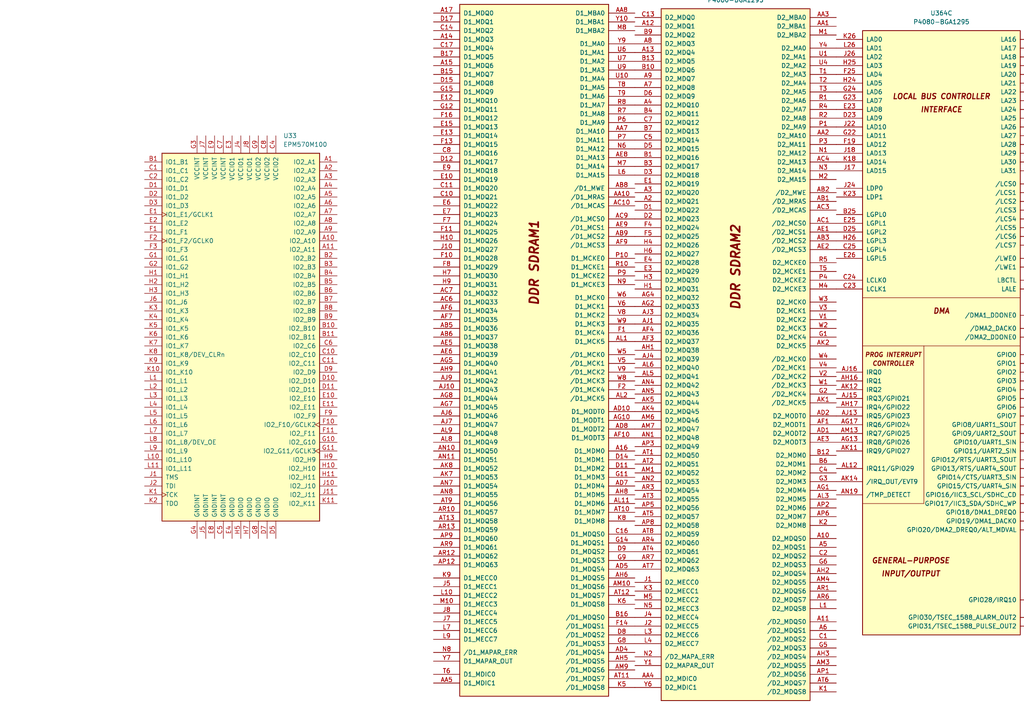
<source format=kicad_sch>
(kicad_sch (version 20250114) (generator "eeschema") (generator_version "9.0")
  (paper "A4")
  (lib_symbols
    (symbol "CPLD_Altera:EPM570M100" (pin_names (offset 1.016))
      (property "Reference" "U" (at 12.7 54.61 0))
      (property "Value" "EPM570M100" (at 12.7 -54.61 0))
      (symbol "EPM570M100_1_1"
        (pin bidirectional line (at -27.94 50.8 0) (length 5.08) (name "IO1_B1") (number "B1"))
        (pin bidirectional line (at -27.94 48.26 0) (length 5.08) (name "IO1_C1") (number "C1"))
        (pin bidirectional line (at -27.94 45.72 0) (length 5.08) (name "IO1_C2") (number "C2"))
        (pin bidirectional line (at -27.94 43.18 0) (length 5.08) (name "IO1_D1") (number "D1"))
        (pin bidirectional line (at -27.94 40.64 0) (length 5.08) (name "IO1_D2") (number "D2"))
        (pin bidirectional line (at -27.94 38.1 0) (length 5.08) (name "IO1_D3") (number "D3"))
        (pin bidirectional clock (at -27.94 35.56 0) (length 5.08) (name "IO1_E1/GCLK1") (number "E1"))
        (pin bidirectional line (at -27.94 33.02 0) (length 5.08) (name "IO1_E2") (number "E2"))
        (pin bidirectional line (at -27.94 30.48 0) (length 5.08) (name "IO1_F1") (number "F1"))
        (pin bidirectional clock (at -27.94 27.94 0) (length 5.08) (name "IO1_F2/GCLK0") (number "F2"))
        (pin bidirectional line (at -27.94 25.4 0) (length 5.08) (name "IO1_F3") (number "F3"))
        (pin bidirectional line (at -27.94 22.86 0) (length 5.08) (name "IO1_G1") (number "G1"))
        (pin bidirectional line (at -27.94 20.32 0) (length 5.08) (name "IO1_G2") (number "G2"))
        (pin bidirectional line (at -27.94 17.78 0) (length 5.08) (name "IO1_H1") (number "H1"))
        (pin bidirectional line (at -27.94 15.24 0) (length 5.08) (name "IO1_H2") (number "H2"))
        (pin bidirectional line (at -27.94 12.7 0) (length 5.08) (name "IO1_H3") (number "H3"))
        (pin bidirectional line (at -27.94 10.16 0) (length 5.08) (name "IO1_J6") (number "J6"))
        (pin bidirectional line (at -27.94 7.62 0) (length 5.08) (name "IO1_K3") (number "K3"))
        (pin bidirectional line (at -27.94 5.08 0) (length 5.08) (name "IO1_K4") (number "K4"))
        (pin bidirectional line (at -27.94 2.54 0) (length 5.08) (name "IO1_K5") (number "K5"))
        (pin bidirectional line (at -27.94 0 0) (length 5.08) (name "IO1_K6") (number "K6"))
        (pin bidirectional line (at -27.94 -2.54 0) (length 5.08) (name "IO1_K7") (number "K7"))
        (pin bidirectional line (at -27.94 -5.08 0) (length 5.08) (name "IO1_K8/DEV_CLRn") (number "K8"))
        (pin bidirectional line (at -27.94 -7.62 0) (length 5.08) (name "IO1_K9") (number "K9"))
        (pin bidirectional line (at -27.94 -10.16 0) (length 5.08) (name "IO1_K10") (number "K10"))
        (pin bidirectional line (at -27.94 -12.7 0) (length 5.08) (name "IO1_L1") (number "L1"))
        (pin bidirectional line (at -27.94 -15.24 0) (length 5.08) (name "IO1_L2") (number "L2"))
        (pin bidirectional line (at -27.94 -17.78 0) (length 5.08) (name "IO1_L3") (number "L3"))
        (pin bidirectional line (at -27.94 -20.32 0) (length 5.08) (name "IO1_L4") (number "L4"))
        (pin bidirectional line (at -27.94 -22.86 0) (length 5.08) (name "IO1_L5") (number "L5"))
        (pin bidirectional line (at -27.94 -25.4 0) (length 5.08) (name "IO1_L6") (number "L6"))
        (pin bidirectional line (at -27.94 -27.94 0) (length 5.08) (name "IO1_L7") (number "L7"))
        (pin bidirectional line (at -27.94 -30.48 0) (length 5.08) (name "IO1_L8/DEV_OE") (number "L8"))
        (pin bidirectional line (at -27.94 -33.02 0) (length 5.08) (name "IO1_L9") (number "L9"))
        (pin bidirectional line (at -27.94 -35.56 0) (length 5.08) (name "IO1_L10") (number "L10"))
        (pin bidirectional line (at -27.94 -38.1 0) (length 5.08) (name "IO1_L11") (number "L11"))
        (pin input line (at -27.94 -40.64 0) (length 5.08) (name "TMS") (number "J1"))
        (pin input line (at -27.94 -43.18 0) (length 5.08) (name "TDI") (number "J2"))
        (pin input clock (at -27.94 -45.72 0) (length 5.08) (name "TCK") (number "K1"))
        (pin output line (at -27.94 -48.26 0) (length 5.08) (name "TDO") (number "K2"))
        (pin power_in line (at -12.7 58.42 270) (length 5.08) (name "VCCINT") (number "G3"))
        (pin power_in line (at -12.7 -58.42 90) (length 5.08) (name "GNDINT") (number "G4"))
        (pin power_in line (at -10.16 58.42 270) (length 5.08) (name "VCCINT") (number "J7"))
        (pin power_in line (at -10.16 -58.42 90) (length 5.08) (name "GNDINT") (number "J5"))
        (pin power_in line (at -7.62 58.42 270) (length 5.08) (name "VCCINT") (number "E9"))
        (pin power_in line (at -7.62 -58.42 90) (length 5.08) (name "GNDINT") (number "E8"))
        (pin power_in line (at -5.08 58.42 270) (length 5.08) (name "VCCINT") (number "C7"))
        (pin power_in line (at -5.08 -58.42 90) (length 5.08) (name "GNDINT") (number "C5"))
        (pin power_in line (at -2.54 58.42 270) (length 5.08) (name "VCCIO1") (number "E3"))
        (pin power_in line (at -2.54 -58.42 90) (length 5.08) (name "GNDIO") (number "E4"))
        (pin power_in line (at 0 58.42 270) (length 5.08) (name "VCCIO1") (number "J4"))
        (pin power_in line (at 0 -58.42 90) (length 5.08) (name "GNDIO") (number "H5"))
        (pin power_in line (at 2.54 58.42 270) (length 5.08) (name "VCCIO1") (number "J8"))
        (pin power_in line (at 2.54 -58.42 90) (length 5.08) (name "GNDIO") (number "H7"))
        (pin power_in line (at 5.08 58.42 270) (length 5.08) (name "VCCIO2") (number "G9"))
        (pin power_in line (at 5.08 -58.42 90) (length 5.08) (name "GNDIO") (number "G8"))
        (pin power_in line (at 7.62 58.42 270) (length 5.08) (name "VCCIO2") (number "C8"))
        (pin power_in line (at 7.62 -58.42 90) (length 5.08) (name "GNDIO") (number "D7"))
        (pin power_in line (at 10.16 58.42 270) (length 5.08) (name "VCCIO2") (number "C4"))
        (pin power_in line (at 10.16 -58.42 90) (length 5.08) (name "GNDIO") (number "D5"))
        (pin bidirectional line (at 27.94 50.8 180) (length 5.08) (name "IO2_A1") (number "A1"))
        (pin bidirectional line (at 27.94 48.26 180) (length 5.08) (name "IO2_A2") (number "A2"))
        (pin bidirectional line (at 27.94 45.72 180) (length 5.08) (name "IO2_A3") (number "A3"))
        (pin bidirectional line (at 27.94 43.18 180) (length 5.08) (name "IO2_A4") (number "A4"))
        (pin bidirectional line (at 27.94 40.64 180) (length 5.08) (name "IO2_A5") (number "A5"))
        (pin bidirectional line (at 27.94 38.1 180) (length 5.08) (name "IO2_A6") (number "A6"))
        (pin bidirectional line (at 27.94 35.56 180) (length 5.08) (name "IO2_A7") (number "A7"))
        (pin bidirectional line (at 27.94 33.02 180) (length 5.08) (name "IO2_A8") (number "A8"))
        (pin bidirectional line (at 27.94 30.48 180) (length 5.08) (name "IO2_A9") (number "A9"))
        (pin bidirectional line (at 27.94 27.94 180) (length 5.08) (name "IO2_A10") (number "A10"))
        (pin bidirectional line (at 27.94 25.4 180) (length 5.08) (name "IO2_A11") (number "A11"))
        (pin bidirectional line (at 27.94 22.86 180) (length 5.08) (name "IO2_B2") (number "B2"))
        (pin bidirectional line (at 27.94 20.32 180) (length 5.08) (name "IO2_B3") (number "B3"))
        (pin bidirectional line (at 27.94 17.78 180) (length 5.08) (name "IO2_B4") (number "B4"))
        (pin bidirectional line (at 27.94 15.24 180) (length 5.08) (name "IO2_B5") (number "B5"))
        (pin bidirectional line (at 27.94 12.7 180) (length 5.08) (name "IO2_B6") (number "B6"))
        (pin bidirectional line (at 27.94 10.16 180) (length 5.08) (name "IO2_B7") (number "B7"))
        (pin bidirectional line (at 27.94 7.62 180) (length 5.08) (name "IO2_B8") (number "B8"))
        (pin bidirectional line (at 27.94 5.08 180) (length 5.08) (name "IO2_B9") (number "B9"))
        (pin bidirectional line (at 27.94 2.54 180) (length 5.08) (name "IO2_B10") (number "B10"))
        (pin bidirectional line (at 27.94 0 180) (length 5.08) (name "IO2_B11") (number "B11"))
        (pin bidirectional line (at 27.94 -2.54 180) (length 5.08) (name "IO2_C6") (number "C6"))
        (pin bidirectional line (at 27.94 -5.08 180) (length 5.08) (name "IO2_C10") (number "C10"))
        (pin bidirectional line (at 27.94 -7.62 180) (length 5.08) (name "IO2_C11") (number "C11"))
        (pin bidirectional line (at 27.94 -10.16 180) (length 5.08) (name "IO2_D9") (number "D9"))
        (pin bidirectional line (at 27.94 -12.7 180) (length 5.08) (name "IO2_D10") (number "D10"))
        (pin bidirectional line (at 27.94 -15.24 180) (length 5.08) (name "IO2_D11") (number "D11"))
        (pin bidirectional line (at 27.94 -17.78 180) (length 5.08) (name "IO2_E10") (number "E10"))
        (pin bidirectional line (at 27.94 -20.32 180) (length 5.08) (name "IO2_E11") (number "E11"))
        (pin bidirectional line (at 27.94 -22.86 180) (length 5.08) (name "IO2_F9") (number "F9"))
        (pin bidirectional clock (at 27.94 -25.4 180) (length 5.08) (name "IO2_F10/GCLK2") (number "F10"))
        (pin bidirectional line (at 27.94 -27.94 180) (length 5.08) (name "IO2_F11") (number "F11"))
        (pin bidirectional line (at 27.94 -30.48 180) (length 5.08) (name "IO2_G10") (number "G10"))
        (pin bidirectional clock (at 27.94 -33.02 180) (length 5.08) (name "IO2_G11/GCLK3") (number "G11"))
        (pin bidirectional line (at 27.94 -35.56 180) (length 5.08) (name "IO2_H9") (number "H9"))
        (pin bidirectional line (at 27.94 -38.1 180) (length 5.08) (name "IO2_H10") (number "H10"))
        (pin bidirectional line (at 27.94 -40.64 180) (length 5.08) (name "IO2_H11") (number "H11"))
        (pin bidirectional line (at 27.94 -43.18 180) (length 5.08) (name "IO2_J10") (number "J10"))
        (pin bidirectional line (at 27.94 -45.72 180) (length 5.08) (name "IO2_J11") (number "J11"))
        (pin bidirectional line (at 27.94 -48.26 180) (length 5.08) (name "IO2_K11") (number "K11"))
      )
    )
    (symbol "CPU:P4080-BGA1295" (pin_names (offset 1.016))
      (property "Reference" "U" (at 1.27 19.05 0))
      (property "Value" "P4080-BGA1295" (at 1.27 16.51 0))
      (symbol "P4080-BGA1295_1_1"
        (text "DDR SDRAM1" (at 1.27 26.67 900) (effects (font (size 2.54 2.54) (bold yes) (italic yes))))
        (pin bidirectional line (at -27.94 99.06 0) (length 7.62) (name "D1_MDQ0") (number "A17"))
        (pin bidirectional line (at -27.94 96.52 0) (length 7.62) (name "D1_MDQ1") (number "D17"))
        (pin bidirectional line (at -27.94 93.98 0) (length 7.62) (name "D1_MDQ2") (number "C14"))
        (pin bidirectional line (at -27.94 91.44 0) (length 7.62) (name "D1_MDQ3") (number "A14"))
        (pin bidirectional line (at -27.94 88.9 0) (length 7.62) (name "D1_MDQ4") (number "C17"))
        (pin bidirectional line (at -27.94 86.36 0) (length 7.62) (name "D1_MDQ5") (number "B17"))
        (pin bidirectional line (at -27.94 83.82 0) (length 7.62) (name "D1_MDQ6") (number "A15"))
        (pin bidirectional line (at -27.94 81.28 0) (length 7.62) (name "D1_MDQ7") (number "B15"))
        (pin bidirectional line (at -27.94 78.74 0) (length 7.62) (name "D1_MDQ8") (number "D15"))
        (pin bidirectional line (at -27.94 76.2 0) (length 7.62) (name "D1_MDQ9") (number "G15"))
        (pin bidirectional line (at -27.94 73.66 0) (length 7.62) (name "D1_MDQ10") (number "E12"))
        (pin bidirectional line (at -27.94 71.12 0) (length 7.62) (name "D1_MDQ11") (number "G12"))
        (pin bidirectional line (at -27.94 68.58 0) (length 7.62) (name "D1_MDQ12") (number "F16"))
        (pin bidirectional line (at -27.94 66.04 0) (length 7.62) (name "D1_MDQ13") (number "E15"))
        (pin bidirectional line (at -27.94 63.5 0) (length 7.62) (name "D1_MDQ14") (number "E13"))
        (pin bidirectional line (at -27.94 60.96 0) (length 7.62) (name "D1_MDQ15") (number "F13"))
        (pin bidirectional line (at -27.94 58.42 0) (length 7.62) (name "D1_MDQ16") (number "C8"))
        (pin bidirectional line (at -27.94 55.88 0) (length 7.62) (name "D1_MDQ17") (number "D12"))
        (pin bidirectional line (at -27.94 53.34 0) (length 7.62) (name "D1_MDQ18") (number "E9"))
        (pin bidirectional line (at -27.94 50.8 0) (length 7.62) (name "D1_MDQ19") (number "E10"))
        (pin bidirectional line (at -27.94 48.26 0) (length 7.62) (name "D1_MDQ20") (number "C11"))
        (pin bidirectional line (at -27.94 45.72 0) (length 7.62) (name "D1_MDQ21") (number "C10"))
        (pin bidirectional line (at -27.94 43.18 0) (length 7.62) (name "D1_MDQ22") (number "E6"))
        (pin bidirectional line (at -27.94 40.64 0) (length 7.62) (name "D1_MDQ23") (number "E7"))
        (pin bidirectional line (at -27.94 38.1 0) (length 7.62) (name "D1_MDQ24") (number "F7"))
        (pin bidirectional line (at -27.94 35.56 0) (length 7.62) (name "D1_MDQ25") (number "F11"))
        (pin bidirectional line (at -27.94 33.02 0) (length 7.62) (name "D1_MDQ26") (number "H10"))
        (pin bidirectional line (at -27.94 30.48 0) (length 7.62) (name "D1_MDQ27") (number "J10"))
        (pin bidirectional line (at -27.94 27.94 0) (length 7.62) (name "D1_MDQ28") (number "F10"))
        (pin bidirectional line (at -27.94 25.4 0) (length 7.62) (name "D1_MDQ29") (number "F8"))
        (pin bidirectional line (at -27.94 22.86 0) (length 7.62) (name "D1_MDQ30") (number "H7"))
        (pin bidirectional line (at -27.94 20.32 0) (length 7.62) (name "D1_MDQ31") (number "H9"))
        (pin bidirectional line (at -27.94 17.78 0) (length 7.62) (name "D1_MDQ32") (number "AC7"))
        (pin bidirectional line (at -27.94 15.24 0) (length 7.62) (name "D1_MDQ33") (number "AC6"))
        (pin bidirectional line (at -27.94 12.7 0) (length 7.62) (name "D1_MDQ34") (number "AF6"))
        (pin bidirectional line (at -27.94 10.16 0) (length 7.62) (name "D1_MDQ35") (number "AF7"))
        (pin bidirectional line (at -27.94 7.62 0) (length 7.62) (name "D1_MDQ36") (number "AB5"))
        (pin bidirectional line (at -27.94 5.08 0) (length 7.62) (name "D1_MDQ37") (number "AB6"))
        (pin bidirectional line (at -27.94 2.54 0) (length 7.62) (name "D1_MDQ38") (number "AE5"))
        (pin bidirectional line (at -27.94 0 0) (length 7.62) (name "D1_MDQ39") (number "AE6"))
        (pin bidirectional line (at -27.94 -2.54 0) (length 7.62) (name "D1_MDQ40") (number "AG5"))
        (pin bidirectional line (at -27.94 -5.08 0) (length 7.62) (name "D1_MDQ41") (number "AH9"))
        (pin bidirectional line (at -27.94 -7.62 0) (length 7.62) (name "D1_MDQ42") (number "AJ9"))
        (pin bidirectional line (at -27.94 -10.16 0) (length 7.62) (name "D1_MDQ43") (number "AJ10"))
        (pin bidirectional line (at -27.94 -12.7 0) (length 7.62) (name "D1_MDQ44") (number "AG8"))
        (pin bidirectional line (at -27.94 -15.24 0) (length 7.62) (name "D1_MDQ45") (number "AG7"))
        (pin bidirectional line (at -27.94 -17.78 0) (length 7.62) (name "D1_MDQ46") (number "AJ6"))
        (pin bidirectional line (at -27.94 -20.32 0) (length 7.62) (name "D1_MDQ47") (number "AJ7"))
        (pin bidirectional line (at -27.94 -22.86 0) (length 7.62) (name "D1_MDQ48") (number "AL9"))
        (pin bidirectional line (at -27.94 -25.4 0) (length 7.62) (name "D1_MDQ49") (number "AL8"))
        (pin bidirectional line (at -27.94 -27.94 0) (length 7.62) (name "D1_MDQ50") (number "AN10"))
        (pin bidirectional line (at -27.94 -30.48 0) (length 7.62) (name "D1_MDQ51") (number "AN11"))
        (pin bidirectional line (at -27.94 -33.02 0) (length 7.62) (name "D1_MDQ52") (number "AK8"))
        (pin bidirectional line (at -27.94 -35.56 0) (length 7.62) (name "D1_MDQ53") (number "AK7"))
        (pin bidirectional line (at -27.94 -38.1 0) (length 7.62) (name "D1_MDQ54") (number "AN7"))
        (pin bidirectional line (at -27.94 -40.64 0) (length 7.62) (name "D1_MDQ55") (number "AN8"))
        (pin bidirectional line (at -27.94 -43.18 0) (length 7.62) (name "D1_MDQ56") (number "AT9"))
        (pin bidirectional line (at -27.94 -45.72 0) (length 7.62) (name "D1_MDQ57") (number "AR10"))
        (pin bidirectional line (at -27.94 -48.26 0) (length 7.62) (name "D1_MDQ58") (number "AT13"))
        (pin bidirectional line (at -27.94 -50.8 0) (length 7.62) (name "D1_MDQ59") (number "AR13"))
        (pin bidirectional line (at -27.94 -53.34 0) (length 7.62) (name "D1_MDQ60") (number "AP9"))
        (pin bidirectional line (at -27.94 -55.88 0) (length 7.62) (name "D1_MDQ61") (number "AR9"))
        (pin bidirectional line (at -27.94 -58.42 0) (length 7.62) (name "D1_MDQ62") (number "AR12"))
        (pin bidirectional line (at -27.94 -60.96 0) (length 7.62) (name "D1_MDQ63") (number "AP12"))
        (pin bidirectional line (at -27.94 -64.77 0) (length 7.62) (name "D1_MECC0") (number "K9"))
        (pin bidirectional line (at -27.94 -67.31 0) (length 7.62) (name "D1_MECC1") (number "J5"))
        (pin bidirectional line (at -27.94 -69.85 0) (length 7.62) (name "D1_MECC2") (number "L10"))
        (pin bidirectional line (at -27.94 -72.39 0) (length 7.62) (name "D1_MECC3") (number "M10"))
        (pin bidirectional line (at -27.94 -74.93 0) (length 7.62) (name "D1_MECC4") (number "J8"))
        (pin bidirectional line (at -27.94 -77.47 0) (length 7.62) (name "D1_MECC5") (number "J7"))
        (pin bidirectional line (at -27.94 -80.01 0) (length 7.62) (name "D1_MECC6") (number "L7"))
        (pin bidirectional line (at -27.94 -82.55 0) (length 7.62) (name "D1_MECC7") (number "L9"))
        (pin input line (at -27.94 -86.36 0) (length 7.62) (name "/D1_MAPAR_ERR") (number "N8"))
        (pin output line (at -27.94 -88.9 0) (length 7.62) (name "D1_MAPAR_OUT") (number "Y7"))
        (pin bidirectional line (at -27.94 -92.71 0) (length 7.62) (name "D1_MDIC0") (number "T6"))
        (pin bidirectional line (at -27.94 -95.25 0) (length 7.62) (name "D1_MDIC1") (number "AA5"))
        (pin output line (at 30.48 99.06 180) (length 7.62) (name "D1_MBA0") (number "AA8"))
        (pin output line (at 30.48 96.52 180) (length 7.62) (name "D1_MBA1") (number "Y10"))
        (pin output line (at 30.48 93.98 180) (length 7.62) (name "D1_MBA2") (number "M8"))
        (pin output line (at 30.48 90.17 180) (length 7.62) (name "D1_MA0") (number "Y9"))
        (pin output line (at 30.48 87.63 180) (length 7.62) (name "D1_MA1") (number "U6"))
        (pin output line (at 30.48 85.09 180) (length 7.62) (name "D1_MA2") (number "U7"))
        (pin output line (at 30.48 82.55 180) (length 7.62) (name "D1_MA3") (number "U9"))
        (pin output line (at 30.48 80.01 180) (length 7.62) (name "D1_MA4") (number "U10"))
        (pin output line (at 30.48 77.47 180) (length 7.62) (name "D1_MA5") (number "T8"))
        (pin output line (at 30.48 74.93 180) (length 7.62) (name "D1_MA6") (number "T9"))
        (pin output line (at 30.48 72.39 180) (length 7.62) (name "D1_MA7") (number "R8"))
        (pin output line (at 30.48 69.85 180) (length 7.62) (name "D1_MA8") (number "R7"))
        (pin output line (at 30.48 67.31 180) (length 7.62) (name "D1_MA9") (number "P6"))
        (pin output line (at 30.48 64.77 180) (length 7.62) (name "D1_MA10") (number "AA7"))
        (pin output line (at 30.48 62.23 180) (length 7.62) (name "D1_MA11") (number "P7"))
        (pin output line (at 30.48 59.69 180) (length 7.62) (name "D1_MA12") (number "N6"))
        (pin output line (at 30.48 57.15 180) (length 7.62) (name "D1_MA13") (number "AE8"))
        (pin output line (at 30.48 54.61 180) (length 7.62) (name "D1_MA14") (number "M7"))
        (pin output line (at 30.48 52.07 180) (length 7.62) (name "D1_MA15") (number "L6"))
        (pin output line (at 30.48 48.26 180) (length 7.62) (name "/D1_MWE") (number "AB8"))
        (pin output line (at 30.48 45.72 180) (length 7.62) (name "/D1_MRAS") (number "AA10"))
        (pin output line (at 30.48 43.18 180) (length 7.62) (name "/D1_MCAS") (number "AC10"))
        (pin output line (at 30.48 39.37 180) (length 7.62) (name "/D1_MCS0") (number "AC9"))
        (pin output line (at 30.48 36.83 180) (length 7.62) (name "/D1_MCS1") (number "AE9"))
        (pin output line (at 30.48 34.29 180) (length 7.62) (name "/D1_MCS2") (number "AB9"))
        (pin output line (at 30.48 31.75 180) (length 7.62) (name "/D1_MCS3") (number "AF9"))
        (pin output line (at 30.48 27.94 180) (length 7.62) (name "D1_MCKE0") (number "P10"))
        (pin output line (at 30.48 25.4 180) (length 7.62) (name "D1_MCKE1") (number "R10"))
        (pin output line (at 30.48 22.86 180) (length 7.62) (name "D1_MCKE2") (number "P9"))
        (pin output line (at 30.48 20.32 180) (length 7.62) (name "D1_MCKE3") (number "N9"))
        (pin output line (at 30.48 16.51 180) (length 7.62) (name "D1_MCK0") (number "W6"))
        (pin output line (at 30.48 13.97 180) (length 7.62) (name "D1_MCK1") (number "V6"))
        (pin output line (at 30.48 11.43 180) (length 7.62) (name "D1_MCK2") (number "V8"))
        (pin output line (at 30.48 8.89 180) (length 7.62) (name "D1_MCK3") (number "W9"))
        (pin output line (at 30.48 6.35 180) (length 7.62) (name "D1_MCK4") (number "F1"))
        (pin output line (at 30.48 3.81 180) (length 7.62) (name "D1_MCK5") (number "AL1"))
        (pin output line (at 30.48 0 180) (length 7.62) (name "/D1_MCK0") (number "W5"))
        (pin output line (at 30.48 -2.54 180) (length 7.62) (name "/D1_MCK1") (number "V5"))
        (pin output line (at 30.48 -5.08 180) (length 7.62) (name "/D1_MCK2") (number "V9"))
        (pin output line (at 30.48 -7.62 180) (length 7.62) (name "/D1_MCK3") (number "W8"))
        (pin output line (at 30.48 -10.16 180) (length 7.62) (name "/D1_MCK4") (number "F2"))
        (pin output line (at 30.48 -12.7 180) (length 7.62) (name "/D1_MCK5") (number "AL2"))
        (pin output line (at 30.48 -16.51 180) (length 7.62) (name "D1_MODT0") (number "AD10"))
        (pin output line (at 30.48 -19.05 180) (length 7.62) (name "D1_MODT1") (number "AG10"))
        (pin output line (at 30.48 -21.59 180) (length 7.62) (name "D1_MODT2") (number "AD8"))
        (pin output line (at 30.48 -24.13 180) (length 7.62) (name "D1_MODT3") (number "AF10"))
        (pin output line (at 30.48 -27.94 180) (length 7.62) (name "D1_MDM0") (number "A16"))
        (pin output line (at 30.48 -30.48 180) (length 7.62) (name "D1_MDM1") (number "D14"))
        (pin output line (at 30.48 -33.02 180) (length 7.62) (name "D1_MDM2") (number "D11"))
        (pin output line (at 30.48 -35.56 180) (length 7.62) (name "D1_MDM3") (number "G11"))
        (pin output line (at 30.48 -38.1 180) (length 7.62) (name "D1_MDM4") (number "AD7"))
        (pin output line (at 30.48 -40.64 180) (length 7.62) (name "D1_MDM5") (number "AH8"))
        (pin output line (at 30.48 -43.18 180) (length 7.62) (name "D1_MDM6") (number "AL11"))
        (pin output line (at 30.48 -45.72 180) (length 7.62) (name "D1_MDM7") (number "AT10"))
        (pin output line (at 30.48 -48.26 180) (length 7.62) (name "D1_MDM8") (number "K8"))
        (pin bidirectional line (at 30.48 -52.07 180) (length 7.62) (name "D1_MDQS0") (number "C16"))
        (pin bidirectional line (at 30.48 -54.61 180) (length 7.62) (name "D1_MDQS1") (number "G14"))
        (pin bidirectional line (at 30.48 -57.15 180) (length 7.62) (name "D1_MDQS2") (number "D9"))
        (pin bidirectional line (at 30.48 -59.69 180) (length 7.62) (name "D1_MDQS3") (number "G9"))
        (pin bidirectional line (at 30.48 -62.23 180) (length 7.62) (name "D1_MDQS4") (number "AD5"))
        (pin bidirectional line (at 30.48 -64.77 180) (length 7.62) (name "D1_MDQS5") (number "AH6"))
        (pin bidirectional line (at 30.48 -67.31 180) (length 7.62) (name "D1_MDQS6") (number "AM10"))
        (pin bidirectional line (at 30.48 -69.85 180) (length 7.62) (name "D1_MDQS7") (number "AT12"))
        (pin bidirectional line (at 30.48 -72.39 180) (length 7.62) (name "D1_MDQS8") (number "K6"))
        (pin bidirectional line (at 30.48 -76.2 180) (length 7.62) (name "/D1_MDQS0") (number "B16"))
        (pin bidirectional line (at 30.48 -78.74 180) (length 7.62) (name "/D1_MDQS1") (number "F14"))
        (pin bidirectional line (at 30.48 -81.28 180) (length 7.62) (name "/D1_MDQS2") (number "D8"))
        (pin bidirectional line (at 30.48 -83.82 180) (length 7.62) (name "/D1_MDQS3") (number "G8"))
        (pin bidirectional line (at 30.48 -86.36 180) (length 7.62) (name "/D1_MDQS4") (number "AD4"))
        (pin bidirectional line (at 30.48 -88.9 180) (length 7.62) (name "/D1_MDQS5") (number "AH5"))
        (pin bidirectional line (at 30.48 -91.44 180) (length 7.62) (name "/D1_MDQS6") (number "AM9"))
        (pin bidirectional line (at 30.48 -93.98 180) (length 7.62) (name "/D1_MDQS7") (number "AT11"))
        (pin bidirectional line (at 30.48 -96.52 180) (length 7.62) (name "/D1_MDQS8") (number "K5"))
      )
      (symbol "P4080-BGA1295_2_1"
        (text "DDR SDRAM2" (at 1.27 26.67 900) (effects (font (size 2.54 2.54) (bold yes) (italic yes))))
        (pin bidirectional line (at -27.94 99.06 0) (length 7.62) (name "D2_MDQ0") (number "C13"))
        (pin bidirectional line (at -27.94 96.52 0) (length 7.62) (name "D2_MDQ1") (number "A12"))
        (pin bidirectional line (at -27.94 93.98 0) (length 7.62) (name "D2_MDQ2") (number "B9"))
        (pin bidirectional line (at -27.94 91.44 0) (length 7.62) (name "D2_MDQ3") (number "A8"))
        (pin bidirectional line (at -27.94 88.9 0) (length 7.62) (name "D2_MDQ4") (number "A13"))
        (pin bidirectional line (at -27.94 86.36 0) (length 7.62) (name "D2_MDQ5") (number "B13"))
        (pin bidirectional line (at -27.94 83.82 0) (length 7.62) (name "D2_MDQ6") (number "B10"))
        (pin bidirectional line (at -27.94 81.28 0) (length 7.62) (name "D2_MDQ7") (number "A9"))
        (pin bidirectional line (at -27.94 78.74 0) (length 7.62) (name "D2_MDQ8") (number "A7"))
        (pin bidirectional line (at -27.94 76.2 0) (length 7.62) (name "D2_MDQ9") (number "D6"))
        (pin bidirectional line (at -27.94 73.66 0) (length 7.62) (name "D2_MDQ10") (number "A4"))
        (pin bidirectional line (at -27.94 71.12 0) (length 7.62) (name "D2_MDQ11") (number "B4"))
        (pin bidirectional line (at -27.94 68.58 0) (length 7.62) (name "D2_MDQ12") (number "C7"))
        (pin bidirectional line (at -27.94 66.04 0) (length 7.62) (name "D2_MDQ13") (number "B7"))
        (pin bidirectional line (at -27.94 63.5 0) (length 7.62) (name "D2_MDQ14") (number "C5"))
        (pin bidirectional line (at -27.94 60.96 0) (length 7.62) (name "D2_MDQ15") (number "D5"))
        (pin bidirectional line (at -27.94 58.42 0) (length 7.62) (name "D2_MDQ16") (number "B1"))
        (pin bidirectional line (at -27.94 55.88 0) (length 7.62) (name "D2_MDQ17") (number "B3"))
        (pin bidirectional line (at -27.94 53.34 0) (length 7.62) (name "D2_MDQ18") (number "D3"))
        (pin bidirectional line (at -27.94 50.8 0) (length 7.62) (name "D2_MDQ19") (number "E1"))
        (pin bidirectional line (at -27.94 48.26 0) (length 7.62) (name "D2_MDQ20") (number "A3"))
        (pin bidirectional line (at -27.94 45.72 0) (length 7.62) (name "D2_MDQ21") (number "A2"))
        (pin bidirectional line (at -27.94 43.18 0) (length 7.62) (name "D2_MDQ22") (number "D1"))
        (pin bidirectional line (at -27.94 40.64 0) (length 7.62) (name "D2_MDQ23") (number "D2"))
        (pin bidirectional line (at -27.94 38.1 0) (length 7.62) (name "D2_MDQ24") (number "F4"))
        (pin bidirectional line (at -27.94 35.56 0) (length 7.62) (name "D2_MDQ25") (number "F5"))
        (pin bidirectional line (at -27.94 33.02 0) (length 7.62) (name "D2_MDQ26") (number "H4"))
        (pin bidirectional line (at -27.94 30.48 0) (length 7.62) (name "D2_MDQ27") (number "H6"))
        (pin bidirectional line (at -27.94 27.94 0) (length 7.62) (name "D2_MDQ28") (number "E4"))
        (pin bidirectional line (at -27.94 25.4 0) (length 7.62) (name "D2_MDQ29") (number "E3"))
        (pin bidirectional line (at -27.94 22.86 0) (length 7.62) (name "D2_MDQ30") (number "H3"))
        (pin bidirectional line (at -27.94 20.32 0) (length 7.62) (name "D2_MDQ31") (number "H1"))
        (pin bidirectional line (at -27.94 17.78 0) (length 7.62) (name "D2_MDQ32") (number "AG4"))
        (pin bidirectional line (at -27.94 15.24 0) (length 7.62) (name "D2_MDQ33") (number "AG2"))
        (pin bidirectional line (at -27.94 12.7 0) (length 7.62) (name "D2_MDQ34") (number "AJ3"))
        (pin bidirectional line (at -27.94 10.16 0) (length 7.62) (name "D2_MDQ35") (number "AJ1"))
        (pin bidirectional line (at -27.94 7.62 0) (length 7.62) (name "D2_MDQ36") (number "AF4"))
        (pin bidirectional line (at -27.94 5.08 0) (length 7.62) (name "D2_MDQ37") (number "AF3"))
        (pin bidirectional line (at -27.94 2.54 0) (length 7.62) (name "D2_MDQ38") (number "AH1"))
        (pin bidirectional line (at -27.94 0 0) (length 7.62) (name "D2_MDQ39") (number "AJ4"))
        (pin bidirectional line (at -27.94 -2.54 0) (length 7.62) (name "D2_MDQ40") (number "AL6"))
        (pin bidirectional line (at -27.94 -5.08 0) (length 7.62) (name "D2_MDQ41") (number "AL5"))
        (pin bidirectional line (at -27.94 -7.62 0) (length 7.62) (name "D2_MDQ42") (number "AN4"))
        (pin bidirectional line (at -27.94 -10.16 0) (length 7.62) (name "D2_MDQ43") (number "AN5"))
        (pin bidirectional line (at -27.94 -12.7 0) (length 7.62) (name "D2_MDQ44") (number "AK5"))
        (pin bidirectional line (at -27.94 -15.24 0) (length 7.62) (name "D2_MDQ45") (number "AK4"))
        (pin bidirectional line (at -27.94 -17.78 0) (length 7.62) (name "D2_MDQ46") (number "AM6"))
        (pin bidirectional line (at -27.94 -20.32 0) (length 7.62) (name "D2_MDQ47") (number "AM7"))
        (pin bidirectional line (at -27.94 -22.86 0) (length 7.62) (name "D2_MDQ48") (number "AN1"))
        (pin bidirectional line (at -27.94 -25.4 0) (length 7.62) (name "D2_MDQ49") (number "AP3"))
        (pin bidirectional line (at -27.94 -27.94 0) (length 7.62) (name "D2_MDQ50") (number "AT1"))
        (pin bidirectional line (at -27.94 -30.48 0) (length 7.62) (name "D2_MDQ51") (number "AT2"))
        (pin bidirectional line (at -27.94 -33.02 0) (length 7.62) (name "D2_MDQ52") (number "AM1"))
        (pin bidirectional line (at -27.94 -35.56 0) (length 7.62) (name "D2_MDQ53") (number "AN2"))
        (pin bidirectional line (at -27.94 -38.1 0) (length 7.62) (name "D2_MDQ54") (number "AR3"))
        (pin bidirectional line (at -27.94 -40.64 0) (length 7.62) (name "D2_MDQ55") (number "AT3"))
        (pin bidirectional line (at -27.94 -43.18 0) (length 7.62) (name "D2_MDQ56") (number "AP5"))
        (pin bidirectional line (at -27.94 -45.72 0) (length 7.62) (name "D2_MDQ57") (number "AT5"))
        (pin bidirectional line (at -27.94 -48.26 0) (length 7.62) (name "D2_MDQ58") (number "AP8"))
        (pin bidirectional line (at -27.94 -50.8 0) (length 7.62) (name "D2_MDQ59") (number "AT8"))
        (pin bidirectional line (at -27.94 -53.34 0) (length 7.62) (name "D2_MDQ60") (number "AR4"))
        (pin bidirectional line (at -27.94 -55.88 0) (length 7.62) (name "D2_MDQ61") (number "AT4"))
        (pin bidirectional line (at -27.94 -58.42 0) (length 7.62) (name "D2_MDQ62") (number "AR7"))
        (pin bidirectional line (at -27.94 -60.96 0) (length 7.62) (name "D2_MDQ63") (number "AT7"))
        (pin bidirectional line (at -27.94 -64.77 0) (length 7.62) (name "D2_MECC0") (number "J1"))
        (pin bidirectional line (at -27.94 -67.31 0) (length 7.62) (name "D2_MECC1") (number "K3"))
        (pin bidirectional line (at -27.94 -69.85 0) (length 7.62) (name "D2_MECC2") (number "M5"))
        (pin bidirectional line (at -27.94 -72.39 0) (length 7.62) (name "D2_MECC3") (number "N5"))
        (pin bidirectional line (at -27.94 -74.93 0) (length 7.62) (name "D2_MECC4") (number "J4"))
        (pin bidirectional line (at -27.94 -77.47 0) (length 7.62) (name "D2_MECC5") (number "J2"))
        (pin bidirectional line (at -27.94 -80.01 0) (length 7.62) (name "D2_MECC6") (number "L3"))
        (pin bidirectional line (at -27.94 -82.55 0) (length 7.62) (name "D2_MECC7") (number "L4"))
        (pin input line (at -27.94 -86.36 0) (length 7.62) (name "/D2_MAPA_ERR") (number "N2"))
        (pin output line (at -27.94 -88.9 0) (length 7.62) (name "D2_MAPAR_OUT") (number "Y1"))
        (pin bidirectional line (at -27.94 -92.71 0) (length 7.62) (name "D2_MDIC0") (number "AA4"))
        (pin bidirectional line (at -27.94 -95.25 0) (length 7.62) (name "D2_MDIC1") (number "Y6"))
        (pin output line (at 30.48 99.06 180) (length 7.62) (name "D2_MBA0") (number "AA3"))
        (pin output line (at 30.48 96.52 180) (length 7.62) (name "D2_MBA1") (number "AA1"))
        (pin output line (at 30.48 93.98 180) (length 7.62) (name "D2_MBA2") (number "M1"))
        (pin output line (at 30.48 90.17 180) (length 7.62) (name "D2_MA0") (number "Y4"))
        (pin output line (at 30.48 87.63 180) (length 7.62) (name "D2_MA1") (number "U1"))
        (pin output line (at 30.48 85.09 180) (length 7.62) (name "D2_MA2") (number "U4"))
        (pin output line (at 30.48 82.55 180) (length 7.62) (name "D2_MA3") (number "T1"))
        (pin output line (at 30.48 80.01 180) (length 7.62) (name "D2_MA4") (number "T2"))
        (pin output line (at 30.48 77.47 180) (length 7.62) (name "D2_MA5") (number "T3"))
        (pin output line (at 30.48 74.93 180) (length 7.62) (name "D2_MA6") (number "R1"))
        (pin output line (at 30.48 72.39 180) (length 7.62) (name "D2_MA7") (number "R4"))
        (pin output line (at 30.48 69.85 180) (length 7.62) (name "D2_MA8") (number "R2"))
        (pin output line (at 30.48 67.31 180) (length 7.62) (name "D2_MA9") (number "P1"))
        (pin output line (at 30.48 64.77 180) (length 7.62) (name "D2_MA10") (number "AA2"))
        (pin output line (at 30.48 62.23 180) (length 7.62) (name "D2_MA11") (number "P3"))
        (pin output line (at 30.48 59.69 180) (length 7.62) (name "D2_MA12") (number "N1"))
        (pin output line (at 30.48 57.15 180) (length 7.62) (name "D2_MA13") (number "AC4"))
        (pin output line (at 30.48 54.61 180) (length 7.62) (name "D2_MA14") (number "N3"))
        (pin output line (at 30.48 52.07 180) (length 7.62) (name "D2_MA15") (number "M2"))
        (pin output line (at 30.48 48.26 180) (length 7.62) (name "/D2_MWE") (number "AB2"))
        (pin output line (at 30.48 45.72 180) (length 7.62) (name "/D2_MRAS") (number "AB1"))
        (pin output line (at 30.48 43.18 180) (length 7.62) (name "/D2_MCAS") (number "AC3"))
        (pin output line (at 30.48 39.37 180) (length 7.62) (name "/D2_MCS0") (number "AC1"))
        (pin output line (at 30.48 36.83 180) (length 7.62) (name "/D2_MCS1") (number "AE1"))
        (pin output line (at 30.48 34.29 180) (length 7.62) (name "/D2_MCS2") (number "AB3"))
        (pin output line (at 30.48 31.75 180) (length 7.62) (name "/D2_MCS3") (number "AE2"))
        (pin output line (at 30.48 27.94 180) (length 7.62) (name "D2_MCKE0") (number "R5"))
        (pin output line (at 30.48 25.4 180) (length 7.62) (name "D2_MCKE1") (number "T5"))
        (pin output line (at 30.48 22.86 180) (length 7.62) (name "D2_MCKE2") (number "P4"))
        (pin output line (at 30.48 20.32 180) (length 7.62) (name "D2_MCKE3") (number "M4"))
        (pin output line (at 30.48 16.51 180) (length 7.62) (name "D2_MCK0") (number "W3"))
        (pin output line (at 30.48 13.97 180) (length 7.62) (name "D2_MCK1") (number "V3"))
        (pin output line (at 30.48 11.43 180) (length 7.62) (name "D2_MCK2") (number "V1"))
        (pin output line (at 30.48 8.89 180) (length 7.62) (name "D2_MCK3") (number "W2"))
        (pin output line (at 30.48 6.35 180) (length 7.62) (name "D2_MCK4") (number "G1"))
        (pin output line (at 30.48 3.81 180) (length 7.62) (name "D2_MCK5") (number "AK2"))
        (pin output line (at 30.48 0 180) (length 7.62) (name "/D2_MCK0") (number "W4"))
        (pin output line (at 30.48 -2.54 180) (length 7.62) (name "/D2_MCK1") (number "V4"))
        (pin output line (at 30.48 -5.08 180) (length 7.62) (name "/D2_MCK2") (number "V2"))
        (pin output line (at 30.48 -7.62 180) (length 7.62) (name "/D2_MCK3") (number "W1"))
        (pin output line (at 30.48 -10.16 180) (length 7.62) (name "/D2_MCK4") (number "G2"))
        (pin output line (at 30.48 -12.7 180) (length 7.62) (name "/D2_MCK5") (number "AK1"))
        (pin output line (at 30.48 -16.51 180) (length 7.62) (name "D2_MODT0") (number "AD2"))
        (pin output line (at 30.48 -19.05 180) (length 7.62) (name "D2_MODT1") (number "AF1"))
        (pin output line (at 30.48 -21.59 180) (length 7.62) (name "D2_MODT2") (number "AD1"))
        (pin output line (at 30.48 -24.13 180) (length 7.62) (name "D2_MODT3") (number "AE3"))
        (pin output line (at 30.48 -27.94 180) (length 7.62) (name "D2_MDM0") (number "B12"))
        (pin output line (at 30.48 -30.48 180) (length 7.62) (name "D2_MDM1") (number "B6"))
        (pin output line (at 30.48 -33.02 180) (length 7.62) (name "D2_MDM2") (number "C4"))
        (pin output line (at 30.48 -35.56 180) (length 7.62) (name "D2_MDM3") (number "G3"))
        (pin output line (at 30.48 -38.1 180) (length 7.62) (name "D2_MDM4") (number "AG1"))
        (pin output line (at 30.48 -40.64 180) (length 7.62) (name "D2_MDM5") (number "AL3"))
        (pin output line (at 30.48 -43.18 180) (length 7.62) (name "D2_MDM6") (number "AP2"))
        (pin output line (at 30.48 -45.72 180) (length 7.62) (name "D2_MDM7") (number "AP6"))
        (pin output line (at 30.48 -48.26 180) (length 7.62) (name "D2_MDM8") (number "K2"))
        (pin bidirectional line (at 30.48 -52.07 180) (length 7.62) (name "D2_MDQS0") (number "A10"))
        (pin bidirectional line (at 30.48 -54.61 180) (length 7.62) (name "D2_MDQS1") (number "A5"))
        (pin bidirectional line (at 30.48 -57.15 180) (length 7.62) (name "D2_MDQS2") (number "C2"))
        (pin bidirectional line (at 30.48 -59.69 180) (length 7.62) (name "D2_MDQS3") (number "G6"))
        (pin bidirectional line (at 30.48 -62.23 180) (length 7.62) (name "D2_MDQS4") (number "AH2"))
        (pin bidirectional line (at 30.48 -64.77 180) (length 7.62) (name "D2_MDQS5") (number "AM4"))
        (pin bidirectional line (at 30.48 -67.31 180) (length 7.62) (name "D2_MDQS6") (number "AR1"))
        (pin bidirectional line (at 30.48 -69.85 180) (length 7.62) (name "D2_MDQS7") (number "AR6"))
        (pin bidirectional line (at 30.48 -72.39 180) (length 7.62) (name "D2_MDQS8") (number "L1"))
        (pin bidirectional line (at 30.48 -76.2 180) (length 7.62) (name "/D2_MDQS0") (number "A11"))
        (pin bidirectional line (at 30.48 -78.74 180) (length 7.62) (name "/D2_MDQS1") (number "A6"))
        (pin bidirectional line (at 30.48 -81.28 180) (length 7.62) (name "/D2_MDQS2") (number "C1"))
        (pin bidirectional line (at 30.48 -83.82 180) (length 7.62) (name "/D2_MDQS3") (number "G5"))
        (pin bidirectional line (at 30.48 -86.36 180) (length 7.62) (name "/D2_MDQS4") (number "AH3"))
        (pin bidirectional line (at 30.48 -88.9 180) (length 7.62) (name "/D2_MDQS5") (number "AM3"))
        (pin bidirectional line (at 30.48 -91.44 180) (length 7.62) (name "/D2_MDQS6") (number "AP1"))
        (pin bidirectional line (at 30.48 -93.98 180) (length 7.62) (name "/D2_MDQS7") (number "AT6"))
        (pin bidirectional line (at 30.48 -96.52 180) (length 7.62) (name "/D2_MDQS8") (number "K1"))
      )
      (symbol "P4080-BGA1295_3_1"
        (text "PROG INTERRUPT" (at -13.97 -5.08 0) (effects (font (size 1.27 1.27) (bold yes) (italic yes))))
        (text "CONTROLLER" (at -13.97 -7.62 0) (effects (font (size 1.27 1.27) (bold yes) (italic yes))))
        (text "GENERAL-PURPOSE" (at -8.89 -64.77 0) (effects (font (size 1.524 1.524) (bold yes) (italic yes))))
        (text "INPUT/OUTPUT" (at -8.89 -68.58 0) (effects (font (size 1.524 1.524) (bold yes) (italic yes))))
        (text "LOCAL BUS CONTROLLER" (at 0 69.85 0) (effects (font (size 1.524 1.524) (bold yes) (italic yes))))
        (text "INTERFACE" (at 0 66.04 0) (effects (font (size 1.524 1.524) (bold yes) (italic yes))))
        (text "DMA" (at 0 7.62 0) (effects (font (size 1.524 1.524) (bold yes) (italic yes))))
        (pin bidirectional line (at -30.48 86.36 0) (length 7.62) (name "LAD0") (number "K26"))
        (pin bidirectional line (at -30.48 83.82 0) (length 7.62) (name "LAD1") (number "L26"))
        (pin bidirectional line (at -30.48 81.28 0) (length 7.62) (name "LAD2") (number "J26"))
        (pin bidirectional line (at -30.48 78.74 0) (length 7.62) (name "LAD3") (number "H25"))
        (pin bidirectional line (at -30.48 76.2 0) (length 7.62) (name "LAD4") (number "F25"))
        (pin bidirectional line (at -30.48 73.66 0) (length 7.62) (name "LAD5") (number "H24"))
        (pin bidirectional line (at -30.48 71.12 0) (length 7.62) (name "LAD6") (number "G24"))
        (pin bidirectional line (at -30.48 68.58 0) (length 7.62) (name "LAD7") (number "G23"))
        (pin bidirectional line (at -30.48 66.04 0) (length 7.62) (name "LAD8") (number "E23"))
        (pin bidirectional line (at -30.48 63.5 0) (length 7.62) (name "LAD9") (number "D23"))
        (pin bidirectional line (at -30.48 60.96 0) (length 7.62) (name "LAD10") (number "J22"))
        (pin bidirectional line (at -30.48 58.42 0) (length 7.62) (name "LAD11") (number "G22"))
        (pin bidirectional line (at -30.48 55.88 0) (length 7.62) (name "LAD12") (number "F19"))
        (pin bidirectional line (at -30.48 53.34 0) (length 7.62) (name "LAD13") (number "J18"))
        (pin bidirectional line (at -30.48 50.8 0) (length 7.62) (name "LAD14") (number "K18"))
        (pin bidirectional line (at -30.48 48.26 0) (length 7.62) (name "LAD15") (number "J17"))
        (pin bidirectional line (at -30.48 43.18 0) (length 7.62) (name "LDP0") (number "J24"))
        (pin bidirectional line (at -30.48 40.64 0) (length 7.62) (name "LDP1") (number "K23"))
        (pin output line (at -30.48 35.56 0) (length 7.62) (name "LGPL0") (number "B25"))
        (pin output line (at -30.48 33.02 0) (length 7.62) (name "LGPL1") (number "E25"))
        (pin output line (at -30.48 30.48 0) (length 7.62) (name "LGPL2") (number "D25"))
        (pin output line (at -30.48 27.94 0) (length 7.62) (name "LGPL3") (number "H26"))
        (pin bidirectional line (at -30.48 25.4 0) (length 7.62) (name "LGPL4") (number "C25"))
        (pin output line (at -30.48 22.86 0) (length 7.62) (name "LGPL5") (number "E26"))
        (pin output line (at -30.48 16.51 0) (length 7.62) (name "LCLK0") (number "C24"))
        (pin output line (at -30.48 13.97 0) (length 7.62) (name "LCLK1") (number "C23"))
        (pin input line (at -30.48 -10.16 0) (length 7.62) (name "IRQ0") (number "AJ16"))
        (pin input line (at -30.48 -12.7 0) (length 7.62) (name "IRQ1") (number "AH16"))
        (pin input line (at -30.48 -15.24 0) (length 7.62) (name "IRQ2") (number "AK12"))
        (pin input line (at -30.48 -17.78 0) (length 7.62) (name "IRQ3/GPIO21") (number "AJ15"))
        (pin input line (at -30.48 -20.32 0) (length 7.62) (name "IRQ4/GPIO22") (number "AH17"))
        (pin input line (at -30.48 -22.86 0) (length 7.62) (name "IRQ5/GPIO23") (number "AJ13"))
        (pin input line (at -30.48 -25.4 0) (length 7.62) (name "IRQ6/GPIO24") (number "AG17"))
        (pin input line (at -30.48 -27.94 0) (length 7.62) (name "IRQ7/GPIO25") (number "AM13"))
        (pin input line (at -30.48 -30.48 0) (length 7.62) (name "IRQ8/GPIO26") (number "AG13"))
        (pin input line (at -30.48 -33.02 0) (length 7.62) (name "IRQ9/GPIO27") (number "AK11"))
        (pin input line (at -30.48 -38.1 0) (length 7.62) (name "IRQ11/GPIO29") (number "AL12"))
        (pin output line (at -30.48 -41.91 0) (length 7.62) (name "/IRQ_OUT/EVT9") (number "AK14"))
        (pin input line (at -30.48 -45.72 0) (length 7.62) (name "/TMP_DETECT") (number "AN19"))
        (pin output line (at 30.48 86.36 180) (length 7.62) (name "LA16") (number "J25"))
        (pin output line (at 30.48 83.82 180) (length 7.62) (name "LA17") (number "G25"))
        (pin output line (at 30.48 81.28 180) (length 7.62) (name "LA18") (number "H23"))
        (pin output line (at 30.48 78.74 180) (length 7.62) (name "LA19") (number "F22"))
        (pin output line (at 30.48 76.2 180) (length 7.62) (name "LA20") (number "H22"))
        (pin output line (at 30.48 73.66 180) (length 7.62) (name "LA21") (number "E21"))
        (pin output line (at 30.48 71.12 180) (length 7.62) (name "LA22") (number "F21"))
        (pin output line (at 30.48 68.58 180) (length 7.62) (name "LA23") (number "H21"))
        (pin output line (at 30.48 66.04 180) (length 7.62) (name "LA24") (number "K21"))
        (pin output line (at 30.48 63.5 180) (length 7.62) (name "LA25") (number "G20"))
        (pin output line (at 30.48 60.96 180) (length 7.62) (name "LA26") (number "J20"))
        (pin output line (at 30.48 58.42 180) (length 7.62) (name "LA27") (number "K20"))
        (pin output line (at 30.48 55.88 180) (length 7.62) (name "LA28") (number "G19"))
        (pin output line (at 30.48 53.34 180) (length 7.62) (name "LA29") (number "H19"))
        (pin output line (at 30.48 50.8 180) (length 7.62) (name "LA30") (number "J19"))
        (pin output line (at 30.48 48.26 180) (length 7.62) (name "LA31") (number "G18"))
        (pin output line (at 30.48 44.45 180) (length 7.62) (name "/LCS0") (number "D19"))
        (pin output line (at 30.48 41.91 180) (length 7.62) (name "/LCS1") (number "D20"))
        (pin output line (at 30.48 39.37 180) (length 7.62) (name "/LCS2") (number "E20"))
        (pin output line (at 30.48 36.83 180) (length 7.62) (name "/LCS3") (number "D21"))
        (pin output line (at 30.48 34.29 180) (length 7.62) (name "/LCS4") (number "D22"))
        (pin output line (at 30.48 31.75 180) (length 7.62) (name "/LCS5") (number "B23"))
        (pin output line (at 30.48 29.21 180) (length 7.62) (name "/LCS6") (number "F24"))
        (pin output line (at 30.48 26.67 180) (length 7.62) (name "/LCS7") (number "G26"))
        (pin output line (at 30.48 22.86 180) (length 7.62) (name "/LWE0") (number "D24"))
        (pin output line (at 30.48 20.32 180) (length 7.62) (name "/LWE1") (number "A24"))
        (pin output line (at 30.48 16.51 180) (length 7.62) (name "LBCTL") (number "C22"))
        (pin bidirectional line (at 30.48 13.97 180) (length 7.62) (name "LALE") (number "A23"))
        (pin output line (at 30.48 6.35 180) (length 7.62) (name "/DMA1_DDONE0") (number "AN21"))
        (pin output line (at 30.48 2.54 180) (length 7.62) (name "/DMA2_DACK0") (number "AG19"))
        (pin output line (at 30.48 0 180) (length 7.62) (name "/DMA2_DDONE0") (number "AP20"))
        (pin bidirectional line (at 30.48 -5.08 180) (length 7.62) (name "GPIO0") (number "AL21"))
        (pin bidirectional line (at 30.48 -7.62 180) (length 7.62) (name "GPIO1") (number "AK22"))
        (pin bidirectional line (at 30.48 -10.16 180) (length 7.62) (name "GPIO2") (number "AM20"))
        (pin bidirectional line (at 30.48 -12.7 180) (length 7.62) (name "GPIO3") (number "AN20"))
        (pin bidirectional line (at 30.48 -15.24 180) (length 7.62) (name "GPIO4") (number "AH21"))
        (pin bidirectional line (at 30.48 -17.78 180) (length 7.62) (name "GPIO5") (number "AJ21"))
        (pin bidirectional line (at 30.48 -20.32 180) (length 7.62) (name "GPIO6") (number "AK21"))
        (pin bidirectional line (at 30.48 -22.86 180) (length 7.62) (name "GPIO7") (number "AG20"))
        (pin bidirectional line (at 30.48 -25.4 180) (length 7.62) (name "GPIO8/UART1_SOUT") (number "AL22"))
        (pin bidirectional line (at 30.48 -27.94 180) (length 7.62) (name "GPIO9/UART2_SOUT") (number "AJ22"))
        (pin bidirectional line (at 30.48 -30.48 180) (length 7.62) (name "GPIO10/UART1_SIN") (number "AR23"))
        (pin bidirectional line (at 30.48 -33.02 180) (length 7.62) (name "GPIO11/UART2_SIN") (number "AN23"))
        (pin bidirectional line (at 30.48 -35.56 180) (length 7.62) (name "GPIO12/RTS/UART3_SOUT") (number "AM22"))
        (pin bidirectional line (at 30.48 -38.1 180) (length 7.62) (name "GPIO13/RTS/UART4_SOUT") (number "AK23"))
        (pin bidirectional line (at 30.48 -40.64 180) (length 7.62) (name "GPIO14/CTS/UART3_SIN") (number "AP22"))
        (pin bidirectional line (at 30.48 -43.18 180) (length 7.62) (name "GPIO15/CTS/UART4_SIN") (number "AH23"))
        (pin bidirectional line (at 30.48 -45.72 180) (length 7.62) (name "GPIO16/IIC3_SCL/SDHC_CD") (number "AK13"))
        (pin bidirectional line (at 30.48 -48.26 180) (length 7.62) (name "GPIO17/IIC3_SDA/SDHC_WP") (number "AM14"))
        (pin bidirectional line (at 30.48 -50.8 180) (length 7.62) (name "GPIO18/DMA1_DREQ0") (number "AP21"))
        (pin bidirectional line (at 30.48 -53.34 180) (length 7.62) (name "GPIO19/DMA1_DACK0") (number "AL19"))
        (pin bidirectional line (at 30.48 -55.88 180) (length 7.62) (name "GPIO20/DMA2_DREQ0/ALT_MDVAL") (number "AJ20"))
        (pin bidirectional line (at 30.48 -76.2 180) (length 7.62) (name "GPIO28/IRQ10") (number "AH14"))
        (pin bidirectional line (at 30.48 -81.28 180) (length 7.62) (name "GPIO30/TSEC_1588_ALARM_OUT2") (number "AK35"))
        (pin bidirectional line (at 30.48 -83.82 180) (length 7.62) (name "GPIO31/TSEC_1588_PULSE_OUT2") (number "AJ34"))
      )
      (symbol "P4080-BGA1295_4_1"
        (text "SERDES" (at 0 29.21 0) (effects (font (size 2.54 2.54) (bold yes) (italic yes))))
        (pin input line (at -27.94 55.88 0) (length 7.62) (name "SD_RX0") (number "C28"))
        (pin input line (at -27.94 53.34 0) (length 7.62) (name "SD_RX1") (number "A29"))
        (pin input line (at -27.94 50.8 0) (length 7.62) (name "SD_RX2") (number "C30"))
        (pin input line (at -27.94 48.26 0) (length 7.62) (name "SD_RX3") (number "A31"))
        (pin input line (at -27.94 45.72 0) (length 7.62) (name "SD_RX4") (number "D36"))
        (pin input line (at -27.94 43.18 0) (length 7.62) (name "SD_RX5") (number "F36"))
        (pin input line (at -27.94 40.64 0) (length 7.62) (name "SD_RX6") (number "H36"))
        (pin input line (at -27.94 38.1 0) (length 7.62) (name "SD_RX7") (number "K36"))
        (pin input line (at -27.94 35.56 0) (length 7.62) (name "SD_RX8") (number "L34"))
        (pin input line (at -27.94 33.02 0) (length 7.62) (name "SD_RX9") (number "M36"))
        (pin input line (at -27.94 30.48 0) (length 7.62) (name "SD_RX10") (number "P36"))
        (pin input line (at -27.94 27.94 0) (length 7.62) (name "SD_RX11") (number "T34"))
        (pin input line (at -27.94 25.4 0) (length 7.62) (name "SD_RX12") (number "W36"))
        (pin input line (at -27.94 22.86 0) (length 7.62) (name "SD_RX13") (number "Y34"))
        (pin input line (at -27.94 20.32 0) (length 7.62) (name "SD_RX14") (number "AA36"))
        (pin input line (at -27.94 17.78 0) (length 7.62) (name "SD_RX15") (number "AC36"))
        (pin input line (at -27.94 15.24 0) (length 7.62) (name "SD_RX16") (number "AF34"))
        (pin input line (at -27.94 12.7 0) (length 7.62) (name "SD_RX17") (number "AG36"))
        (pin input line (at -27.94 7.62 0) (length 7.62) (name "/SD_RX0") (number "D28"))
        (pin input line (at -27.94 5.08 0) (length 7.62) (name "/SD_RX1") (number "B29"))
        (pin input line (at -27.94 2.54 0) (length 7.62) (name "/SD_RX2") (number "D30"))
        (pin input line (at -27.94 0 0) (length 7.62) (name "/SD_RX3") (number "B31"))
        (pin input line (at -27.94 -2.54 0) (length 7.62) (name "/SD_RX4") (number "C36"))
        (pin input line (at -27.94 -5.08 0) (length 7.62) (name "/SD_RX5") (number "F35"))
        (pin input line (at -27.94 -7.62 0) (length 7.62) (name "/SD_RX6") (number "H35"))
        (pin input line (at -27.94 -10.16 0) (length 7.62) (name "/SD_RX7") (number "K35"))
        (pin input line (at -27.94 -12.7 0) (length 7.62) (name "/SD_RX8") (number "L33"))
        (pin input line (at -27.94 -15.24 0) (length 7.62) (name "/SD_RX9") (number "M35"))
        (pin input line (at -27.94 -17.78 0) (length 7.62) (name "/SD_RX10") (number "P35"))
        (pin input line (at -27.94 -20.32 0) (length 7.62) (name "/SD_RX11") (number "T33"))
        (pin input line (at -27.94 -22.86 0) (length 7.62) (name "/SD_RX12") (number "W35"))
        (pin input line (at -27.94 -25.4 0) (length 7.62) (name "/SD_RX13") (number "Y33"))
        (pin input line (at -27.94 -27.94 0) (length 7.62) (name "/SD_RX14") (number "AA35"))
        (pin input line (at -27.94 -30.48 0) (length 7.62) (name "/SD_RX15") (number "AC35"))
        (pin input line (at -27.94 -33.02 0) (length 7.62) (name "/SD_RX16") (number "AF33"))
        (pin input line (at -27.94 -35.56 0) (length 7.62) (name "/SD_RX17") (number "AG35"))
        (pin input line (at -27.94 -40.64 0) (length 7.62) (name "SD_REF_CLK1") (number "A35"))
        (pin input line (at -27.94 -43.18 0) (length 7.62) (name "/SD_REF_CLK1") (number "B35"))
        (pin input line (at -27.94 -45.72 0) (length 7.62) (name "SD_REF_CLK2") (number "V34"))
        (pin input line (at -27.94 -48.26 0) (length 7.62) (name "/SD_REF_CLK2") (number "V33"))
        (pin input line (at -27.94 -50.8 0) (length 7.62) (name "SD_REF_CLK3") (number "AC32"))
        (pin input line (at -27.94 -53.34 0) (length 7.62) (name "/SD_REF_CLK3") (number "AC31"))
        (pin output line (at 27.94 55.88 180) (length 7.62) (name "SD_TX0") (number "H28"))
        (pin output line (at 27.94 53.34 180) (length 7.62) (name "SD_TX1") (number "F29"))
        (pin output line (at 27.94 50.8 180) (length 7.62) (name "SD_TX2") (number "H30"))
        (pin output line (at 27.94 48.26 180) (length 7.62) (name "SD_TX3") (number "F31"))
        (pin output line (at 27.94 45.72 180) (length 7.62) (name "SD_TX4") (number "D34"))
        (pin output line (at 27.94 43.18 180) (length 7.62) (name "SD_TX5") (number "G33"))
        (pin output line (at 27.94 40.64 180) (length 7.62) (name "SD_TX6") (number "J33"))
        (pin output line (at 27.94 38.1 180) (length 7.62) (name "SD_TX7") (number "K31"))
        (pin output line (at 27.94 35.56 180) (length 7.62) (name "SD_TX8") (number "M31"))
        (pin output line (at 27.94 33.02 180) (length 7.62) (name "SD_TX9") (number "N33"))
        (pin output line (at 27.94 30.48 180) (length 7.62) (name "SD_TX10") (number "P31"))
        (pin output line (at 27.94 27.94 180) (length 7.62) (name "SD_TX11") (number "T30"))
        (pin output line (at 27.94 25.4 180) (length 7.62) (name "SD_TX12") (number "W31"))
        (pin output line (at 27.94 22.86 180) (length 7.62) (name "SD_TX13") (number "Y29"))
        (pin output line (at 27.94 20.32 180) (length 7.62) (name "SD_TX14") (number "AA31"))
        (pin output line (at 27.94 17.78 180) (length 7.62) (name "SD_TX15") (number "AB33"))
        (pin output line (at 27.94 15.24 180) (length 7.62) (name "SD_TX16") (number "AE31"))
        (pin output line (at 27.94 12.7 180) (length 7.62) (name "SD_TX17") (number "AG31"))
        (pin output line (at 27.94 7.62 180) (length 7.62) (name "/SD_TX0") (number "G28"))
        (pin output line (at 27.94 5.08 180) (length 7.62) (name "/SD_TX1") (number "E29"))
        (pin output line (at 27.94 2.54 180) (length 7.62) (name "/SD_TX2") (number "G30"))
        (pin output line (at 27.94 0 180) (length 7.62) (name "/SD_TX3") (number "E31"))
        (pin output line (at 27.94 -2.54 180) (length 7.62) (name "/SD_TX4") (number "E34"))
        (pin output line (at 27.94 -5.08 180) (length 7.62) (name "/SD_TX5") (number "F33"))
        (pin output line (at 27.94 -7.62 180) (length 7.62) (name "/SD_TX6") (number "J34"))
        (pin output line (at 27.94 -10.16 180) (length 7.62) (name "/SD_TX7") (number "K32"))
        (pin output line (at 27.94 -12.7 180) (length 7.62) (name "/SD_TX8") (number "M32"))
        (pin output line (at 27.94 -15.24 180) (length 7.62) (name "/SD_TX9") (number "N34"))
        (pin output line (at 27.94 -17.78 180) (length 7.62) (name "/SD_TX10") (number "P32"))
        (pin output line (at 27.94 -20.32 180) (length 7.62) (name "/SD_TX11") (number "T31"))
        (pin output line (at 27.94 -22.86 180) (length 7.62) (name "/SD_TX12") (number "W32"))
        (pin output line (at 27.94 -25.4 180) (length 7.62) (name "/SD_TX13") (number "Y30"))
        (pin output line (at 27.94 -27.94 180) (length 7.62) (name "/SD_TX14") (number "AA32"))
        (pin output line (at 27.94 -30.48 180) (length 7.62) (name "/SD_TX15") (number "AB34"))
        (pin output line (at 27.94 -33.02 180) (length 7.62) (name "/SD_TX16") (number "AE32"))
        (pin output line (at 27.94 -35.56 180) (length 7.62) (name "/SD_TX17") (number "AG32"))
      )
      (symbol "P4080-BGA1295_5_1"
        (text "POWER PINS SERDES" (at 0 39.37 900) (effects (font (size 2.54 2.54) (bold yes) (italic yes))))
        (pin power_in line (at -25.4 99.06 0) (length 7.62) (name "XVDD") (number "AA29"))
        (pin power_in line (at -25.4 96.52 0) (length 7.62) (name "XVDD") (number "AB30"))
        (pin power_in line (at -25.4 93.98 0) (length 7.62) (name "XVDD") (number "AB31"))
        (pin power_in line (at -25.4 91.44 0) (length 7.62) (name "XVDD") (number "AC33"))
        (pin power_in line (at -25.4 88.9 0) (length 7.62) (name "XVDD") (number "AD32"))
        (pin power_in line (at -25.4 86.36 0) (length 7.62) (name "XVDD") (number "AE30"))
        (pin power_in line (at -25.4 83.82 0) (length 7.62) (name "XVDD") (number "AF31"))
        (pin power_in line (at -25.4 81.28 0) (length 7.62) (name "XVDD") (number "E32"))
        (pin power_in line (at -25.4 78.74 0) (length 7.62) (name "XVDD") (number "E33"))
        (pin power_in line (at -25.4 76.2 0) (length 7.62) (name "XVDD") (number "F28"))
        (pin power_in line (at -25.4 73.66 0) (length 7.62) (name "XVDD") (number "F30"))
        (pin power_in line (at -25.4 71.12 0) (length 7.62) (name "XVDD") (number "G32"))
        (pin power_in line (at -25.4 68.58 0) (length 7.62) (name "XVDD") (number "H31"))
        (pin power_in line (at -25.4 66.04 0) (length 7.62) (name "XVDD") (number "H33"))
        (pin power_in line (at -25.4 63.5 0) (length 7.62) (name "XVDD") (number "J28"))
        (pin power_in line (at -25.4 60.96 0) (length 7.62) (name "XVDD") (number "J30"))
        (pin power_in line (at -25.4 58.42 0) (length 7.62) (name "XVDD") (number "J32"))
        (pin power_in line (at -25.4 55.88 0) (length 7.62) (name "XVDD") (number "K30"))
        (pin power_in line (at -25.4 53.34 0) (length 7.62) (name "XVDD") (number "L30"))
        (pin power_in line (at -25.4 50.8 0) (length 7.62) (name "XVDD") (number "L31"))
        (pin power_in line (at -25.4 48.26 0) (length 7.62) (name "XVDD") (number "M29"))
        (pin power_in line (at -25.4 45.72 0) (length 7.62) (name "XVDD") (number "N31"))
        (pin power_in line (at -25.4 43.18 0) (length 7.62) (name "XVDD") (number "P30"))
        (pin power_in line (at -25.4 40.64 0) (length 7.62) (name "XVDD") (number "P33"))
        (pin power_in line (at -25.4 38.1 0) (length 7.62) (name "XVDD") (number "R29"))
        (pin power_in line (at -25.4 35.56 0) (length 7.62) (name "XVDD") (number "R31"))
        (pin power_in line (at -25.4 33.02 0) (length 7.62) (name "XVDD") (number "T29"))
        (pin power_in line (at -25.4 30.48 0) (length 7.62) (name "XVDD") (number "T32"))
        (pin power_in line (at -25.4 27.94 0) (length 7.62) (name "XVDD") (number "U30"))
        (pin power_in line (at -25.4 25.4 0) (length 7.62) (name "XVDD") (number "V30"))
        (pin power_in line (at -25.4 22.86 0) (length 7.62) (name "XVDD") (number "V32"))
        (pin power_in line (at -25.4 20.32 0) (length 7.62) (name "XVDD") (number "W29"))
        (pin power_in line (at -25.4 17.78 0) (length 7.62) (name "XVDD") (number "Y31"))
        (pin power_in line (at -25.4 15.24 0) (length 7.62) (name "XVDD") (number "AH32"))
        (pin power_in line (at -25.4 0 0) (length 7.62) (name "SVDD") (number "A30"))
        (pin power_in line (at -25.4 -2.54 0) (length 7.62) (name "SVDD") (number "A34"))
        (pin power_in line (at -25.4 -5.08 0) (length 7.62) (name "SVDD") (number "AA33"))
        (pin power_in line (at -25.4 -7.62 0) (length 7.62) (name "SVDD") (number "AB35"))
        (pin power_in line (at -25.4 -10.16 0) (length 7.62) (name "SVDD") (number "AD36"))
        (pin power_in line (at -25.4 -12.7 0) (length 7.62) (name "SVDD") (number "AE33"))
        (pin power_in line (at -25.4 -15.24 0) (length 7.62) (name "SVDD") (number "AF35"))
        (pin power_in line (at -25.4 -17.78 0) (length 7.62) (name "SVDD") (number "AG34"))
        (pin power_in line (at -25.4 -20.32 0) (length 7.62) (name "SVDD") (number "B28"))
        (pin power_in line (at -25.4 -22.86 0) (length 7.62) (name "SVDD") (number "B32"))
        (pin power_in line (at -25.4 -25.4 0) (length 7.62) (name "SVDD") (number "B36"))
        (pin power_in line (at -25.4 -27.94 0) (length 7.62) (name "SVDD") (number "C31"))
        (pin power_in line (at -25.4 -30.48 0) (length 7.62) (name "SVDD") (number "C34"))
        (pin power_in line (at -25.4 -33.02 0) (length 7.62) (name "SVDD") (number "C35"))
        (pin power_in line (at -25.4 -35.56 0) (length 7.62) (name "SVDD") (number "D29"))
        (pin power_in line (at -25.4 -38.1 0) (length 7.62) (name "SVDD") (number "E36"))
        (pin power_in line (at -25.4 -40.64 0) (length 7.62) (name "SVDD") (number "F34"))
        (pin power_in line (at -25.4 -43.18 0) (length 7.62) (name "SVDD") (number "G35"))
        (pin power_in line (at -25.4 -45.72 0) (length 7.62) (name "SVDD") (number "J36"))
        (pin power_in line (at -25.4 -48.26 0) (length 7.62) (name "SVDD") (number "K34"))
        (pin power_in line (at -25.4 -50.8 0) (length 7.62) (name "SVDD") (number "L35"))
        (pin power_in line (at -25.4 -53.34 0) (length 7.62) (name "SVDD") (number "M33"))
        (pin power_in line (at -25.4 -55.88 0) (length 7.62) (name "SVDD") (number "N36"))
        (pin power_in line (at -25.4 -58.42 0) (length 7.62) (name "SVDD") (number "R34"))
        (pin power_in line (at -25.4 -60.96 0) (length 7.62) (name "SVDD") (number "R35"))
        (pin power_in line (at -25.4 -63.5 0) (length 7.62) (name "SVDD") (number "U33"))
        (pin power_in line (at -25.4 -66.04 0) (length 7.62) (name "SVDD") (number "V35"))
        (pin power_in line (at -25.4 -68.58 0) (length 7.62) (name "SVDD") (number "W34"))
        (pin power_in line (at -25.4 -71.12 0) (length 7.62) (name "SVDD") (number "Y36"))
        (pin power_in line (at -25.4 -73.66 0) (length 7.62) (name "SVDD") (number "AH36"))
        (pin power_in line (at -25.4 -83.82 0) (length 7.62) (name "AVDD_SRDS1") (number "A33"))
        (pin power_in line (at -25.4 -86.36 0) (length 7.62) (name "AVDD_SRDS2") (number "U36"))
        (pin power_in line (at -25.4 -88.9 0) (length 7.62) (name "AVDD_SRDS3") (number "AE35"))
        (pin input line (at -25.4 -93.98 0) (length 7.62) (name "SD_IMP_CAL_TX") (number "AF30"))
        (pin input line (at -25.4 -96.52 0) (length 7.62) (name "SD_IMP_CAL_RX") (number "B27"))
        (pin power_in line (at 25.4 99.06 180) (length 7.62) (name "XGND") (number "AA30"))
        (pin power_in line (at 25.4 96.52 180) (length 7.62) (name "XGND") (number "AB32"))
        (pin power_in line (at 25.4 93.98 180) (length 7.62) (name "XGND") (number "AC30"))
        (pin power_in line (at 25.4 91.44 180) (length 7.62) (name "XGND") (number "AC34"))
        (pin power_in line (at 25.4 88.9 180) (length 7.62) (name "XGND") (number "AD30"))
        (pin power_in line (at 25.4 86.36 180) (length 7.62) (name "XGND") (number "AD31"))
        (pin power_in line (at 25.4 83.82 180) (length 7.62) (name "XGND") (number "AF32"))
        (pin power_in line (at 25.4 81.28 180) (length 7.62) (name "XGND") (number "AG30"))
        (pin power_in line (at 25.4 78.74 180) (length 7.62) (name "XGND") (number "D33"))
        (pin power_in line (at 25.4 76.2 180) (length 7.62) (name "XGND") (number "E28"))
        (pin power_in line (at 25.4 73.66 180) (length 7.62) (name "XGND") (number "E30"))
        (pin power_in line (at 25.4 71.12 180) (length 7.62) (name "XGND") (number "F32"))
        (pin power_in line (at 25.4 68.58 180) (length 7.62) (name "XGND") (number "G29"))
        (pin power_in line (at 25.4 66.04 180) (length 7.62) (name "XGND") (number "G31"))
        (pin power_in line (at 25.4 63.5 180) (length 7.62) (name "XGND") (number "H29"))
        (pin power_in line (at 25.4 60.96 180) (length 7.62) (name "XGND") (number "H32"))
        (pin power_in line (at 25.4 58.42 180) (length 7.62) (name "XGND") (number "H34"))
        (pin power_in line (at 25.4 55.88 180) (length 7.62) (name "XGND") (number "J29"))
        (pin power_in line (at 25.4 53.34 180) (length 7.62) (name "XGND") (number "J31"))
        (pin power_in line (at 25.4 50.8 180) (length 7.62) (name "XGND") (number "K28"))
        (pin power_in line (at 25.4 48.26 180) (length 7.62) (name "XGND") (number "K29"))
        (pin power_in line (at 25.4 45.72 180) (length 7.62) (name "XGND") (number "L29"))
        (pin power_in line (at 25.4 43.18 180) (length 7.62) (name "XGND") (number "L32"))
        (pin power_in line (at 25.4 40.64 180) (length 7.62) (name "XGND") (number "M30"))
        (pin power_in line (at 25.4 38.1 180) (length 7.62) (name "XGND") (number "N29"))
        (pin power_in line (at 25.4 35.56 180) (length 7.62) (name "XGND") (number "N30"))
        (pin power_in line (at 25.4 33.02 180) (length 7.62) (name "XGND") (number "N32"))
        (pin power_in line (at 25.4 30.48 180) (length 7.62) (name "XGND") (number "P29"))
        (pin power_in line (at 25.4 27.94 180) (length 7.62) (name "XGND") (number "P34"))
        (pin power_in line (at 25.4 25.4 180) (length 7.62) (name "XGND") (number "R30"))
        (pin power_in line (at 25.4 22.86 180) (length 7.62) (name "XGND") (number "R32"))
        (pin power_in line (at 25.4 20.32 180) (length 7.62) (name "XGND") (number "U29"))
        (pin power_in line (at 25.4 17.78 180) (length 7.62) (name "XGND") (number "U31"))
        (pin power_in line (at 25.4 15.24 180) (length 7.62) (name "XGND") (number "V29"))
        (pin power_in line (at 25.4 12.7 180) (length 7.62) (name "XGND") (number "V31"))
        (pin power_in line (at 25.4 10.16 180) (length 7.62) (name "XGND") (number "W30"))
        (pin power_in line (at 25.4 7.62 180) (length 7.62) (name "XGND") (number "Y32"))
        (pin power_in line (at 25.4 5.08 180) (length 7.62) (name "XGND") (number "AH31"))
        (pin power_in line (at 25.4 0 180) (length 7.62) (name "SGND") (number "A28"))
        (pin power_in line (at 25.4 -2.54 180) (length 7.62) (name "SGND") (number "A32"))
        (pin power_in line (at 25.4 -5.08 180) (length 7.62) (name "SGND") (number "A36"))
        (pin power_in line (at 25.4 -7.62 180) (length 7.62) (name "SGND") (number "AA34"))
        (pin power_in line (at 25.4 -10.16 180) (length 7.62) (name "SGND") (number "AB36"))
        (pin power_in line (at 25.4 -12.7 180) (length 7.62) (name "SGND") (number "AD35"))
        (pin power_in line (at 25.4 -15.24 180) (length 7.62) (name "SGND") (number "AE34"))
        (pin power_in line (at 25.4 -17.78 180) (length 7.62) (name "SGND") (number "AF36"))
        (pin power_in line (at 25.4 -20.32 180) (length 7.62) (name "SGND") (number "AG33"))
        (pin power_in line (at 25.4 -22.86 180) (length 7.62) (name "SGND") (number "B30"))
        (pin power_in line (at 25.4 -25.4 180) (length 7.62) (name "SGND") (number "B34"))
        (pin power_in line (at 25.4 -27.94 180) (length 7.62) (name "SGND") (number "C29"))
        (pin power_in line (at 25.4 -30.48 180) (length 7.62) (name "SGND") (number "C33"))
        (pin power_in line (at 25.4 -33.02 180) (length 7.62) (name "SGND") (number "D31"))
        (pin power_in line (at 25.4 -35.56 180) (length 7.62) (name "SGND") (number "D35"))
        (pin power_in line (at 25.4 -38.1 180) (length 7.62) (name "SGND") (number "E35"))
        (pin power_in line (at 25.4 -40.64 180) (length 7.62) (name "SGND") (number "G34"))
        (pin power_in line (at 25.4 -43.18 180) (length 7.62) (name "SGND") (number "G36"))
        (pin power_in line (at 25.4 -45.72 180) (length 7.62) (name "SGND") (number "J35"))
        (pin power_in line (at 25.4 -48.26 180) (length 7.62) (name "SGND") (number "K33"))
        (pin power_in line (at 25.4 -50.8 180) (length 7.62) (name "SGND") (number "L36"))
        (pin power_in line (at 25.4 -53.34 180) (length 7.62) (name "SGND") (number "M34"))
        (pin power_in line (at 25.4 -55.88 180) (length 7.62) (name "SGND") (number "N35"))
        (pin power_in line (at 25.4 -58.42 180) (length 7.62) (name "SGND") (number "R33"))
        (pin power_in line (at 25.4 -60.96 180) (length 7.62) (name "SGND") (number "R36"))
        (pin power_in line (at 25.4 -63.5 180) (length 7.62) (name "SGND") (number "T35"))
        (pin power_in line (at 25.4 -66.04 180) (length 7.62) (name "SGND") (number "U34"))
        (pin power_in line (at 25.4 -68.58 180) (length 7.62) (name "SGND") (number "V36"))
        (pin power_in line (at 25.4 -71.12 180) (length 7.62) (name "SGND") (number "W33"))
        (pin power_in line (at 25.4 -73.66 180) (length 7.62) (name "SGND") (number "Y35"))
        (pin power_in line (at 25.4 -76.2 180) (length 7.62) (name "SGND") (number "AH35"))
        (pin power_in line (at 25.4 -78.74 180) (length 7.62) (name "SGND") (number "AH33"))
        (pin power_in line (at 25.4 -83.82 180) (length 7.62) (name "AGND_SRDS1") (number "B33"))
        (pin power_in line (at 25.4 -86.36 180) (length 7.62) (name "AGND_SRDS2") (number "T36"))
        (pin power_in line (at 25.4 -88.9 180) (length 7.62) (name "AGND_SRDS3") (number "AE36"))
      )
      (symbol "P4080-BGA1295_6_1"
        (text "USB1" (at -20.32 82.55 0) (effects (font (size 1.524 1.524))))
        (text "USB2" (at -20.32 58.42 0) (effects (font (size 1.524 1.524))))
        (text "CLOCK" (at -17.78 -63.5 0) (effects (font (size 1.524 1.524))))
        (text "JTAG" (at -17.78 -74.93 0) (effects (font (size 1.524 1.524))))
        (text "eSDHC" (at -15.24 41.91 0) (effects (font (size 1.524 1.524))))
        (text "I²C INTERFACE" (at -15.24 -3.81 0) (effects (font (size 1.524 1.524))))
        (text "SYSTEM" (at -12.7 -86.36 0) (effects (font (size 1.524 1.524))))
        (text "CONTROL" (at -12.7 -88.9 0) (effects (font (size 1.524 1.524))))
        (text "DEBUG" (at -1.27 -39.37 0) (effects (font (size 1.524 1.524))))
        (text "I/O VOLTAGE SELECT" (at 5.08 -69.85 0) (effects (font (size 0.0254 0.0254))))
        (text "IEEE 1588" (at 6.35 21.59 0) (effects (font (size 1.524 1.524))))
        (text "DUART" (at 6.35 -3.81 0) (effects (font (size 1.524 1.524))))
        (text "eSPI" (at 8.89 41.91 0) (effects (font (size 1.524 1.524))))
        (text "DFT" (at 8.89 -90.17 0) (effects (font (size 1.524 1.524))))
        (text "I/O VOLT.SELECT" (at 10.16 -77.47 0) (effects (font (size 1.524 1.524))))
        (text "PWR MANAGEMENT" (at 11.43 -63.5 0) (effects (font (size 1.524 1.524))))
        (pin output line (at -43.18 96.52 0) (length 7.62) (name "USB1_STP/EC1_TX_EN") (number "AR36"))
        (pin input line (at -43.18 91.44 0) (length 7.62) (name "USB1_NXT/EC1_RX_DV") (number "AM34"))
        (pin input line (at -43.18 88.9 0) (length 7.62) (name "USB1_DIR/EC1_RX_CLK") (number "AM36"))
        (pin input line (at -43.18 86.36 0) (length 7.62) (name "USB1_CLK/EC1_GTX_CLK") (number "AP35"))
        (pin output line (at -43.18 72.39 0) (length 7.62) (name "USB2_STP/EC2_TX_EN") (number "AR31"))
        (pin input line (at -43.18 67.31 0) (length 7.62) (name "USB2_NXT/EC2_RX_DV") (number "AR33"))
        (pin input line (at -43.18 64.77 0) (length 7.62) (name "USB2_DIR/EC2_RX_CLK") (number "AT33"))
        (pin input line (at -43.18 62.23 0) (length 7.62) (name "USB2_CLK/EC2_GTX_CLK") (number "AN31"))
        (pin bidirectional line (at -43.18 46.99 0) (length 7.62) (name "SDHC_CMD") (number "AG23"))
        (pin bidirectional line (at -43.18 44.45 0) (length 7.62) (name "SDHC_DAT0") (number "AP24"))
        (pin bidirectional line (at -43.18 41.91 0) (length 7.62) (name "SDHC_DAT1") (number "AT24"))
        (pin bidirectional line (at -43.18 39.37 0) (length 7.62) (name "SDHC_DAT2") (number "AM23"))
        (pin bidirectional line (at -43.18 36.83 0) (length 7.62) (name "SDHC_DAT3") (number "AG22"))
        (pin bidirectional line (at -43.18 34.29 0) (length 7.62) (name "SDHC_DAT4/SPI_CS0") (number "AN29"))
        (pin bidirectional line (at -43.18 31.75 0) (length 7.62) (name "SDHC_DAT5/SPI_CS1") (number "AJ28"))
        (pin bidirectional line (at -43.18 29.21 0) (length 7.62) (name "SDHC_DAT6/SPI_CS2") (number "AR29"))
        (pin bidirectional line (at -43.18 26.67 0) (length 7.62) (name "SDHC_DAT7/SPI_CS3") (number "AM29"))
        (pin output line (at -43.18 22.86 0) (length 7.62) (name "SDHC_CLK") (number "AL23"))
        (pin input line (at -43.18 10.16 0) (length 7.62) (name "TSEC_1588_CLK_IN") (number "AL35"))
        (pin input line (at -43.18 7.62 0) (length 7.62) (name "TSEC_1588_TRIG_IN1C") (number "AL36"))
        (pin input line (at -43.18 5.08 0) (length 7.62) (name "TSEC_1588_TRIG_IN2") (number "AK36"))
        (pin bidirectional line (at -43.18 -5.08 0) (length 7.62) (name "IIC1_SCL") (number "AH15"))
        (pin bidirectional line (at -43.18 -7.62 0) (length 7.62) (name "IIC1_SDA") (number "AN14"))
        (pin bidirectional line (at -43.18 -11.43 0) (length 7.62) (name "INC2_SCL") (number "AM15"))
        (pin bidirectional line (at -43.18 -13.97 0) (length 7.62) (name "INC2_SDA") (number "AL14"))
        (pin bidirectional line (at -43.18 -17.78 0) (length 7.62) (name "IIC3_SCL/GPIO16/SDHC_CD") (number "AK13"))
        (pin bidirectional line (at -43.18 -20.32 0) (length 7.62) (name "IIC3_SDA/GPIO17/SDHC_WP") (number "AM14"))
        (pin bidirectional line (at -43.18 -24.13 0) (length 7.62) (name "IIC4_SCL/EVT5") (number "AG14"))
        (pin bidirectional line (at -43.18 -26.67 0) (length 7.62) (name "IIC4_SDA/EVT6") (number "AL15"))
        (pin bidirectional line (at -43.18 -34.29 0) (length 7.62) (name "/EVT0") (number "AJ17"))
        (pin bidirectional line (at -43.18 -36.83 0) (length 7.62) (name "/EVT1") (number "AK17"))
        (pin bidirectional line (at -43.18 -39.37 0) (length 7.62) (name "/EVT2") (number "AN16"))
        (pin bidirectional line (at -43.18 -41.91 0) (length 7.62) (name "/EVT3") (number "AK16"))
        (pin bidirectional line (at -43.18 -44.45 0) (length 7.62) (name "/EVT4") (number "AM16"))
        (pin bidirectional line (at -43.18 -57.15 0) (length 7.62) (name "/EVT9/IRQ_OUT") (number "AK14"))
        (pin input line (at -43.18 -62.23 0) (length 7.62) (name "RTC") (number "AN24"))
        (pin input line (at -43.18 -64.77 0) (length 7.62) (name "SYSCLK") (number "AT23"))
        (pin input line (at -43.18 -69.85 0) (length 7.62) (name "TCK") (number "AR22"))
        (pin input line (at -43.18 -72.39 0) (length 7.62) (name "TDI") (number "AN17"))
        (pin output line (at -43.18 -74.93 0) (length 7.62) (name "TDO") (number "AP15"))
        (pin input line (at -43.18 -77.47 0) (length 7.62) (name "TMS") (number "AR20"))
        (pin input line (at -43.18 -80.01 0) (length 7.62) (name "/TRST") (number "AR19"))
        (pin input line (at -43.18 -83.82 0) (length 7.62) (name "/PORESET") (number "AP17"))
        (pin bidirectional line (at -43.18 -86.36 0) (length 7.62) (name "/HRESET") (number "AR17"))
        (pin output line (at -43.18 -88.9 0) (length 7.62) (name "/RESET_REQ") (number "AT16"))
        (pin output line (at -43.18 -91.44 0) (length 7.62) (name "/CKSTP_OUT") (number "AM19"))
        (pin bidirectional line (at 40.64 96.52 180) (length 7.62) (name "USB1_D0/EC1_RXD0") (number "AN36"))
        (pin bidirectional line (at 40.64 93.98 180) (length 7.62) (name "USB1_D0/EC1_RXD1") (number "AN35"))
        (pin bidirectional line (at 40.64 91.44 180) (length 7.62) (name "USB1_D2/EC1_RXD2") (number "AN34"))
        (pin bidirectional line (at 40.64 88.9 180) (length 7.62) (name "USB1_D3/EC1_RXD3") (number "AM33"))
        (pin bidirectional line (at 40.64 86.36 180) (length 7.62) (name "USB1_D4/EC1_TXD0") (number "AT35"))
        (pin bidirectional line (at 40.64 83.82 180) (length 7.62) (name "USB1_D5/EC1_TXD1") (number "AR34"))
        (pin bidirectional line (at 40.64 81.28 180) (length 7.62) (name "USB1_D6/EC1_TXD2") (number "AT34"))
        (pin bidirectional line (at 40.64 78.74 180) (length 7.62) (name "USB1_D7/EC1_TXD3") (number "AP36"))
        (pin bidirectional line (at 40.64 72.39 180) (length 7.62) (name "USB2_D0/EC2_RXD0") (number "AT32"))
        (pin bidirectional line (at 40.64 69.85 180) (length 7.62) (name "USB2_D1/EC2_RXD1") (number "AP32"))
        (pin bidirectional line (at 40.64 67.31 180) (length 7.62) (name "USB2_D2/EC2_RXD2") (number "AN32"))
        (pin bidirectional line (at 40.64 64.77 180) (length 7.62) (name "USB2_D3/EC2_RXD3") (number "AP33"))
        (pin bidirectional line (at 40.64 62.23 180) (length 7.62) (name "USB2_D4/EC2_TXD0") (number "AT30"))
        (pin bidirectional line (at 40.64 59.69 180) (length 7.62) (name "USB2_D5/EC2_TXD1") (number "AR30"))
        (pin bidirectional line (at 40.64 57.15 180) (length 7.62) (name "USB2_D6/EC2_TXD2") (number "AP30"))
        (pin bidirectional line (at 40.64 54.61 180) (length 7.62) (name "USB2_D7/EC2_TXD3") (number "AT31"))
        (pin bidirectional line (at 40.64 46.99 180) (length 7.62) (name "SPI_MOSI") (number "AT29"))
        (pin input line (at 40.64 44.45 180) (length 7.62) (name "SPI_MISO") (number "AH28"))
        (pin output line (at 40.64 40.64 180) (length 7.62) (name "SPI_CLK") (number "AK29"))
        (pin output line (at 40.64 19.05 180) (length 7.62) (name "TSEC_1588_CLK_OUT") (number "AM30"))
        (pin output line (at 40.64 15.24 180) (length 7.62) (name "TSEC_1588_ALARM_OUT1") (number "AJ36"))
        (pin output line (at 40.64 12.7 180) (length 7.62) (name "TSEC_1588_ALARM_OUT2/GPIO30") (number "AK35"))
        (pin output line (at 40.64 7.62 180) (length 7.62) (name "TSEC_1588_PULSE_OUT1") (number "AL30"))
        (pin output line (at 40.64 5.08 180) (length 7.62) (name "TSEC_1588_PULSE_OUT2/GPIO31") (number "AJ34"))
        (pin input line (at 40.64 -5.08 180) (length 7.62) (name "UART1_SIN/GPIO10") (number "AR23"))
        (pin input line (at 40.64 -7.62 180) (length 7.62) (name "UART2_SIN/GPIO11") (number "AN23"))
        (pin input line (at 40.64 -11.43 180) (length 7.62) (name "UART1_CTS/UART3_SIN/GPIO14") (number "AP22"))
        (pin input line (at 40.64 -13.97 180) (length 7.62) (name "UART2_CTS/UART4_SIN/GPIO15") (number "AH23"))
        (pin output line (at 40.64 -17.78 180) (length 7.62) (name "UART1_SDOUT/GPIO8") (number "AL22"))
        (pin output line (at 40.64 -20.32 180) (length 7.62) (name "UART2_SDOUT/GPIO9") (number "AJ22"))
        (pin output line (at 40.64 -24.13 180) (length 7.62) (name "UART1_RTS/UART3_SDOUT/GPIO12") (number "AM22"))
        (pin output line (at 40.64 -26.67 180) (length 7.62) (name "UART2_RTS/UART4_SDOUT/GPIO13") (number "AK23"))
        (pin output line (at 40.64 -34.29 180) (length 7.62) (name "MDVA") (number "AR15"))
        (pin output line (at 40.64 -38.1 180) (length 7.62) (name "MSRCID0") (number "AH20"))
        (pin output line (at 40.64 -40.64 180) (length 7.62) (name "MSRCID1") (number "AJ19"))
        (pin output line (at 40.64 -43.18 180) (length 7.62) (name "MSRCID2") (number "AH18"))
        (pin output line (at 40.64 -46.99 180) (length 7.62) (name "ALT_MDVAL/DMA2_DREQ0/GPIO20") (number "AJ20"))
        (pin output line (at 40.64 -49.53 180) (length 7.62) (name "ALT_MSRCID0/DMA2_DACK0/EVT7") (number "AG19"))
        (pin output line (at 40.64 -52.07 180) (length 7.62) (name "ALT_MSRCID1/DMA2_DDONE0/EVT8") (number "AP20"))
        (pin output line (at 40.64 -57.15 180) (length 7.62) (name "CLK_OUT") (number "AK20"))
        (pin output line (at 40.64 -63.5 180) (length 7.62) (name "ASLEEP") (number "AR21"))
        (pin input line (at 40.64 -72.39 180) (length 7.62) (name "IO_VSEL0") (number "AL18"))
        (pin input line (at 40.64 -74.93 180) (length 7.62) (name "IO_VSEL1") (number "AP18"))
        (pin input line (at 40.64 -77.47 180) (length 7.62) (name "IO_VSEL2") (number "AK18"))
        (pin input line (at 40.64 -80.01 180) (length 7.62) (name "IO_VSEL3") (number "AM18"))
        (pin input line (at 40.64 -82.55 180) (length 7.62) (name "IO_VSEL4") (number "AH19"))
        (pin input line (at 40.64 -88.9 180) (length 7.62) (name "/SCAN_MODE") (number "AL17"))
        (pin input line (at 40.64 -91.44 180) (length 7.62) (name "/TEST_SEL") (number "AT21"))
      )
      (symbol "P4080-BGA1295_7_1"
        (text "ETHERNET" (at 1.27 26.67 0) (effects (font (size 1.524 1.524) (bold yes) (italic yes))))
        (pin input line (at -33.02 25.4 0) (length 7.62) (name "EC_GTX_CLK125") (number "AK34"))
        (pin input line (at -33.02 22.86 0) (length 7.62) (name "EC_XTRNL_TX_STMP1") (number "AM31"))
        (pin input line (at -33.02 20.32 0) (length 7.62) (name "EC_XTRNL_RX_STMP1") (number "AK32"))
        (pin input line (at -33.02 17.78 0) (length 7.62) (name "EC_XTRNL_TX_STMP2") (number "AJ31"))
        (pin input line (at -33.02 15.24 0) (length 7.62) (name "EC_XTRNL_RX_STMP2") (number "AK31"))
        (pin input line (at -33.02 10.16 0) (length 7.62) (name "EC1_RX_CLK/USB1_DIR") (number "AM36"))
        (pin input line (at -33.02 7.62 0) (length 7.62) (name "EC1_RX_DV/USB1_NXT") (number "AM34"))
        (pin input line (at -33.02 2.54 0) (length 7.62) (name "EC1_RXD0/USB1_D0") (number "AN36"))
        (pin input line (at -33.02 0 0) (length 7.62) (name "EC1_RXD1/USB1_D1") (number "AN35"))
        (pin input line (at -33.02 -2.54 0) (length 7.62) (name "EC1_RXD2/USB1_D2") (number "AN34"))
        (pin input line (at -33.02 -5.08 0) (length 7.62) (name "EC1_RXD3/USB1_D3") (number "AM33"))
        (pin input line (at -33.02 -10.16 0) (length 7.62) (name "EC2_RX_CLK/USB2_DIR") (number "AT33"))
        (pin input line (at -33.02 -12.7 0) (length 7.62) (name "EC2_RX_DV/USB2_NXT") (number "AR33"))
        (pin input line (at -33.02 -17.78 0) (length 7.62) (name "EC2_RXD0/USB2_D0") (number "AT32"))
        (pin input line (at -33.02 -20.32 0) (length 7.62) (name "EC2_RXD1/USB2_D1") (number "AP32"))
        (pin input line (at -33.02 -22.86 0) (length 7.62) (name "EC2_RXD2/USB2_D2") (number "AN32"))
        (pin input line (at -33.02 -25.4 0) (length 7.62) (name "EC2_RXD3/USB2_D3") (number "AP33"))
        (pin output line (at 33.02 24.13 180) (length 7.62) (name "EMI1_MDC") (number "AJ33"))
        (pin bidirectional line (at 33.02 21.59 180) (length 7.62) (name "EMI1_MDIO") (number "AL32"))
        (pin output line (at 33.02 17.78 180) (length 7.62) (name "EMI2_MDC") (number "AK30"))
        (pin bidirectional line (at 33.02 15.24 180) (length 7.62) (name "EMI2_MDIO") (number "AJ30"))
        (pin output line (at 33.02 10.16 180) (length 7.62) (name "EC1_GTX_CLK/USB1_CLK") (number "AP35"))
        (pin output line (at 33.02 7.62 180) (length 7.62) (name "EC1_TX_EN/USB1_STP") (number "AR36"))
        (pin output line (at 33.02 2.54 180) (length 7.62) (name "EC1_TXD0/USB1_D4") (number "AT35"))
        (pin output line (at 33.02 0 180) (length 7.62) (name "EC1_TXD1/USB1_D5") (number "AR34"))
        (pin output line (at 33.02 -2.54 180) (length 7.62) (name "EC1_TXD2/USB1_D6") (number "AT34"))
        (pin bidirectional line (at 33.02 -5.08 180) (length 7.62) (name "EC1_TXD3/USB1_D7") (number "AP36"))
        (pin output line (at 33.02 -10.16 180) (length 7.62) (name "EC2_GTX_CLK/USB2_CLK") (number "AN31"))
        (pin output line (at 33.02 -12.7 180) (length 7.62) (name "EC2_TX_EN/USB2_STP") (number "AR31"))
        (pin output line (at 33.02 -17.78 180) (length 7.62) (name "EC2_TXD0/USB2_D4") (number "AT30"))
        (pin output line (at 33.02 -20.32 180) (length 7.62) (name "EC2_TXD1/USB2_D5") (number "AR30"))
        (pin output line (at 33.02 -22.86 180) (length 7.62) (name "EC2_TXD2/USB2_D6") (number "AP30"))
        (pin bidirectional line (at 33.02 -25.4 180) (length 7.62) (name "EC2_TXD3/USB2_D7") (number "AT31"))
      )
      (symbol "P4080-BGA1295_8_1"
        (text "GND PINS" (at 0 26.67 0) (effects (font (size 3.81 3.81) (bold yes) (italic yes))))
        (pin power_in line (at -58.42 124.46 0) (length 7.62) (name "GND") (number "AK34"))
        (pin power_in line (at -58.42 121.92 0) (length 7.62) (name "GND") (number "L12"))
        (pin power_in line (at -58.42 119.38 0) (length 7.62) (name "GND") (number "AD27"))
        (pin power_in line (at -58.42 116.84 0) (length 7.62) (name "GND") (number "Y27"))
        (pin power_in line (at -58.42 114.3 0) (length 7.62) (name "GND") (number "V27"))
        (pin power_in line (at -58.42 111.76 0) (length 7.62) (name "GND") (number "T27"))
        (pin power_in line (at -58.42 109.22 0) (length 7.62) (name "GND") (number "M25"))
        (pin power_in line (at -58.42 106.68 0) (length 7.62) (name "GND") (number "P25"))
        (pin power_in line (at -58.42 104.14 0) (length 7.62) (name "GND") (number "T25"))
        (pin power_in line (at -58.42 101.6 0) (length 7.62) (name "GND") (number "V17"))
        (pin power_in line (at -58.42 99.06 0) (length 7.62) (name "GND") (number "P27"))
        (pin power_in line (at -58.42 96.52 0) (length 7.62) (name "GND") (number "Y25"))
        (pin power_in line (at -58.42 93.98 0) (length 7.62) (name "GND") (number "AB25"))
        (pin power_in line (at -58.42 91.44 0) (length 7.62) (name "GND") (number "AD25"))
        (pin power_in line (at -58.42 88.9 0) (length 7.62) (name "GND") (number "AF25"))
        (pin power_in line (at -58.42 86.36 0) (length 7.62) (name "GND") (number "AE24"))
        (pin power_in line (at -58.42 83.82 0) (length 7.62) (name "GND") (number "AC24"))
        (pin power_in line (at -58.42 81.28 0) (length 7.62) (name "GND") (number "AA24"))
        (pin power_in line (at -58.42 78.74 0) (length 7.62) (name "GND") (number "W24"))
        (pin power_in line (at -58.42 76.2 0) (length 7.62) (name "GND") (number "U24"))
        (pin power_in line (at -58.42 73.66 0) (length 7.62) (name "GND") (number "R24"))
        (pin power_in line (at -58.42 71.12 0) (length 7.62) (name "GND") (number "N24"))
        (pin power_in line (at -58.42 68.58 0) (length 7.62) (name "GND") (number "L24"))
        (pin power_in line (at -58.42 66.04 0) (length 7.62) (name "GND") (number "M23"))
        (pin power_in line (at -58.42 63.5 0) (length 7.62) (name "GND") (number "P23"))
        (pin power_in line (at -58.42 60.96 0) (length 7.62) (name "GND") (number "T23"))
        (pin power_in line (at -58.42 58.42 0) (length 7.62) (name "GND") (number "V23"))
        (pin power_in line (at -58.42 55.88 0) (length 7.62) (name "GND") (number "Y23"))
        (pin power_in line (at -58.42 53.34 0) (length 7.62) (name "GND") (number "AB23"))
        (pin power_in line (at -58.42 50.8 0) (length 7.62) (name "GND") (number "AD23"))
        (pin power_in line (at -58.42 48.26 0) (length 7.62) (name "GND") (number "AF23"))
        (pin power_in line (at -58.42 45.72 0) (length 7.62) (name "GND") (number "N22"))
        (pin power_in line (at -58.42 43.18 0) (length 7.62) (name "GND") (number "R22"))
        (pin power_in line (at -58.42 40.64 0) (length 7.62) (name "GND") (number "U22"))
        (pin power_in line (at -58.42 38.1 0) (length 7.62) (name "GND") (number "W22"))
        (pin power_in line (at -58.42 35.56 0) (length 7.62) (name "GND") (number "AA22"))
        (pin power_in line (at -58.42 33.02 0) (length 7.62) (name "GND") (number "AC22"))
        (pin power_in line (at -58.42 30.48 0) (length 7.62) (name "GND") (number "AE22"))
        (pin power_in line (at -58.42 27.94 0) (length 7.62) (name "GND") (number "M21"))
        (pin power_in line (at -58.42 25.4 0) (length 7.62) (name "GND") (number "P21"))
        (pin power_in line (at -58.42 22.86 0) (length 7.62) (name "GND") (number "T21"))
        (pin power_in line (at -58.42 20.32 0) (length 7.62) (name "GND") (number "V21"))
        (pin power_in line (at -58.42 17.78 0) (length 7.62) (name "GND") (number "Y21"))
        (pin power_in line (at -58.42 15.24 0) (length 7.62) (name "GND") (number "AB21"))
        (pin power_in line (at -58.42 12.7 0) (length 7.62) (name "GND") (number "AD21"))
        (pin power_in line (at -58.42 10.16 0) (length 7.62) (name "GND") (number "AF21"))
        (pin power_in line (at -58.42 7.62 0) (length 7.62) (name "GND") (number "W20"))
        (pin power_in line (at -58.42 5.08 0) (length 7.62) (name "GND") (number "AC20"))
        (pin power_in line (at -58.42 2.54 0) (length 7.62) (name "GND") (number "AA20"))
        (pin power_in line (at -58.42 0 0) (length 7.62) (name "GND") (number "AE20"))
        (pin power_in line (at -58.42 -2.54 0) (length 7.62) (name "GND") (number "U20"))
        (pin power_in line (at -58.42 -5.08 0) (length 7.62) (name "GND") (number "R20"))
        (pin power_in line (at -58.42 -7.62 0) (length 7.62) (name "GND") (number "N20"))
        (pin power_in line (at -58.42 -10.16 0) (length 7.62) (name "GND") (number "M19"))
        (pin power_in line (at -58.42 -12.7 0) (length 7.62) (name "GND") (number "P19"))
        (pin power_in line (at -58.42 -15.24 0) (length 7.62) (name "GND") (number "T19"))
        (pin power_in line (at -58.42 -17.78 0) (length 7.62) (name "GND") (number "V19"))
        (pin power_in line (at -58.42 -20.32 0) (length 7.62) (name "GND") (number "Y19"))
        (pin power_in line (at -58.42 -22.86 0) (length 7.62) (name "GND") (number "AB19"))
        (pin power_in line (at -58.42 -25.4 0) (length 7.62) (name "GND") (number "AD19"))
        (pin power_in line (at -58.42 -27.94 0) (length 7.62) (name "GND") (number "AF19"))
        (pin power_in line (at -58.42 -30.48 0) (length 7.62) (name "GND") (number "AE18"))
        (pin power_in line (at -58.42 -33.02 0) (length 7.62) (name "GND") (number "AA18"))
        (pin power_in line (at -58.42 -35.56 0) (length 7.62) (name "GND") (number "AC18"))
        (pin power_in line (at -58.42 -38.1 0) (length 7.62) (name "GND") (number "W18"))
        (pin power_in line (at -58.42 -40.64 0) (length 7.62) (name "GND") (number "AF17"))
        (pin power_in line (at -58.42 -43.18 0) (length 7.62) (name "GND") (number "AD17"))
        (pin power_in line (at -58.42 -45.72 0) (length 7.62) (name "GND") (number "AB17"))
        (pin power_in line (at -58.42 -48.26 0) (length 7.62) (name "GND") (number "Y17"))
        (pin power_in line (at -58.42 -50.8 0) (length 7.62) (name "GND") (number "U18"))
        (pin power_in line (at -58.42 -53.34 0) (length 7.62) (name "GND") (number "R18"))
        (pin power_in line (at -58.42 -55.88 0) (length 7.62) (name "GND") (number "N18"))
        (pin power_in line (at -58.42 -58.42 0) (length 7.62) (name "GND") (number "T17"))
        (pin power_in line (at -58.42 -60.96 0) (length 7.62) (name "GND") (number "P17"))
        (pin power_in line (at -58.42 -63.5 0) (length 7.62) (name "GND") (number "M17"))
        (pin power_in line (at -58.42 -66.04 0) (length 7.62) (name "GND") (number "N16"))
        (pin power_in line (at -58.42 -68.58 0) (length 7.62) (name "GND") (number "R16"))
        (pin power_in line (at -58.42 -71.12 0) (length 7.62) (name "GND") (number "U16"))
        (pin power_in line (at -58.42 -73.66 0) (length 7.62) (name "GND") (number "AE16"))
        (pin power_in line (at -58.42 -76.2 0) (length 7.62) (name "GND") (number "AA16"))
        (pin power_in line (at -58.42 -78.74 0) (length 7.62) (name "GND") (number "AC16"))
        (pin power_in line (at -58.42 -81.28 0) (length 7.62) (name "GND") (number "W16"))
        (pin power_in line (at -58.42 -83.82 0) (length 7.62) (name "GND") (number "AF15"))
        (pin power_in line (at -58.42 -86.36 0) (length 7.62) (name "GND") (number "AD15"))
        (pin power_in line (at -58.42 -88.9 0) (length 7.62) (name "GND") (number "AB15"))
        (pin power_in line (at -58.42 -91.44 0) (length 7.62) (name "GND") (number "Y15"))
        (pin power_in line (at -58.42 -93.98 0) (length 7.62) (name "GND") (number "V15"))
        (pin power_in line (at -58.42 -96.52 0) (length 7.62) (name "GND") (number "T15"))
        (pin power_in line (at -58.42 -99.06 0) (length 7.62) (name "GND") (number "P15"))
        (pin power_in line (at -58.42 -101.6 0) (length 7.62) (name "GND") (number "M15"))
        (pin power_in line (at -58.42 -104.14 0) (length 7.62) (name "GND") (number "L14"))
        (pin power_in line (at -58.42 -106.68 0) (length 7.62) (name "GND") (number "N14"))
        (pin power_in line (at -58.42 -109.22 0) (length 7.62) (name "GND") (number "R14"))
        (pin power_in line (at -58.42 -111.76 0) (length 7.62) (name "GND") (number "U14"))
        (pin power_in line (at -58.42 -114.3 0) (length 7.62) (name "GND") (number "W14"))
        (pin power_in line (at -58.42 -116.84 0) (length 7.62) (name "GND") (number "AA14"))
        (pin power_in line (at -58.42 -119.38 0) (length 7.62) (name "GND") (number "AC14"))
        (pin power_in line (at -58.42 -121.92 0) (length 7.62) (name "GND") (number "AE14"))
        (pin power_in line (at -43.18 134.62 270) (length 7.62) (name "GND") (number "C3"))
        (pin power_in line (at -40.64 134.62 270) (length 7.62) (name "GND") (number "B5"))
        (pin power_in line (at -38.1 134.62 270) (length 7.62) (name "GND") (number "F3"))
        (pin power_in line (at -35.56 134.62 270) (length 7.62) (name "GND") (number "E5"))
        (pin power_in line (at -33.02 134.62 270) (length 7.62) (name "GND") (number "D7"))
        (pin power_in line (at -30.48 134.62 270) (length 7.62) (name "GND") (number "C9"))
        (pin power_in line (at -27.94 134.62 270) (length 7.62) (name "GND") (number "B11"))
        (pin power_in line (at -25.4 134.62 270) (length 7.62) (name "GND") (number "J3"))
        (pin power_in line (at -22.86 134.62 270) (length 7.62) (name "GND") (number "H5"))
        (pin power_in line (at -20.32 134.62 270) (length 7.62) (name "GND") (number "G7"))
        (pin power_in line (at -17.78 134.62 270) (length 7.62) (name "GND") (number "F9"))
        (pin power_in line (at -15.24 134.62 270) (length 7.62) (name "GND") (number "E11"))
        (pin power_in line (at -12.7 134.62 270) (length 7.62) (name "GND") (number "D13"))
        (pin power_in line (at -10.16 134.62 270) (length 7.62) (name "GND") (number "C15"))
        (pin power_in line (at -7.62 134.62 270) (length 7.62) (name "GND") (number "K19"))
        (pin power_in line (at -5.08 134.62 270) (length 7.62) (name "GND") (number "B20"))
        (pin power_in line (at -2.54 134.62 270) (length 7.62) (name "GND") (number "B22"))
        (pin power_in line (at 0 134.62 270) (length 7.62) (name "GND") (number "E19"))
        (pin power_in line (at 2.54 134.62 270) (length 7.62) (name "GND") (number "L22"))
        (pin power_in line (at 5.08 134.62 270) (length 7.62) (name "GND") (number "J23"))
        (pin power_in line (at 7.62 134.62 270) (length 7.62) (name "GND") (number "A22"))
        (pin power_in line (at 10.16 134.62 270) (length 7.62) (name "GND") (number "L20"))
        (pin power_in line (at 12.7 134.62 270) (length 7.62) (name "GND") (number "A26"))
        (pin power_in line (at 15.24 134.62 270) (length 7.62) (name "GND") (number "A18"))
        (pin power_in line (at 17.78 134.62 270) (length 7.62) (name "GND") (number "E17"))
        (pin power_in line (at 20.32 134.62 270) (length 7.62) (name "GND") (number "F23"))
        (pin power_in line (at 22.86 134.62 270) (length 7.62) (name "GND") (number "J27"))
        (pin power_in line (at 25.4 134.62 270) (length 7.62) (name "GND") (number "F27"))
        (pin power_in line (at 27.94 134.62 270) (length 7.62) (name "GND") (number "G21"))
        (pin power_in line (at 30.48 134.62 270) (length 7.62) (name "GND") (number "K25"))
        (pin power_in line (at 33.02 134.62 270) (length 7.62) (name "GND") (number "B18"))
        (pin power_in line (at 35.56 134.62 270) (length 7.62) (name "GND") (number "L18"))
        (pin power_in line (at 38.1 134.62 270) (length 7.62) (name "GND") (number "J21"))
        (pin power_in line (at 40.64 134.62 270) (length 7.62) (name "GND") (number "M27"))
        (pin power_in line (at 43.18 134.62 270) (length 7.62) (name "GND") (number "G13"))
        (pin power_in line (at 58.42 124.46 180) (length 7.62) (name "GND") (number "F15"))
        (pin power_in line (at 58.42 121.92 180) (length 7.62) (name "GND") (number "H11"))
        (pin power_in line (at 58.42 119.38 180) (length 7.62) (name "GND") (number "J9"))
        (pin power_in line (at 58.42 116.84 180) (length 7.62) (name "GND") (number "K7"))
        (pin power_in line (at 58.42 114.3 180) (length 7.62) (name "GND") (number "L5"))
        (pin power_in line (at 58.42 111.76 180) (length 7.62) (name "GND") (number "M3"))
        (pin power_in line (at 58.42 109.22 180) (length 7.62) (name "GND") (number "R3"))
        (pin power_in line (at 58.42 106.68 180) (length 7.62) (name "GND") (number "P5"))
        (pin power_in line (at 58.42 104.14 180) (length 7.62) (name "GND") (number "N7"))
        (pin power_in line (at 58.42 101.6 180) (length 7.62) (name "GND") (number "M9"))
        (pin power_in line (at 58.42 99.06 180) (length 7.62) (name "GND") (number "V25"))
        (pin power_in line (at 58.42 96.52 180) (length 7.62) (name "GND") (number "R9"))
        (pin power_in line (at 58.42 93.98 180) (length 7.62) (name "GND") (number "T7"))
        (pin power_in line (at 58.42 91.44 180) (length 7.62) (name "GND") (number "U5"))
        (pin power_in line (at 58.42 88.9 180) (length 7.62) (name "GND") (number "U3"))
        (pin power_in line (at 58.42 86.36 180) (length 7.62) (name "GND") (number "Y3"))
        (pin power_in line (at 58.42 83.82 180) (length 7.62) (name "GND") (number "Y5"))
        (pin power_in line (at 58.42 81.28 180) (length 7.62) (name "GND") (number "W7"))
        (pin power_in line (at 58.42 78.74 180) (length 7.62) (name "GND") (number "V10"))
        (pin power_in line (at 58.42 76.2 180) (length 7.62) (name "GND") (number "AA9"))
        (pin power_in line (at 58.42 73.66 180) (length 7.62) (name "GND") (number "AB7"))
        (pin power_in line (at 58.42 71.12 180) (length 7.62) (name "GND") (number "AC5"))
        (pin power_in line (at 58.42 68.58 180) (length 7.62) (name "GND") (number "AD3"))
        (pin power_in line (at 58.42 66.04 180) (length 7.62) (name "GND") (number "AD9"))
        (pin power_in line (at 58.42 63.5 180) (length 7.62) (name "GND") (number "AE7"))
        (pin power_in line (at 58.42 60.96 180) (length 7.62) (name "GND") (number "AF5"))
        (pin power_in line (at 58.42 58.42 180) (length 7.62) (name "GND") (number "AG3"))
        (pin power_in line (at 58.42 55.88 180) (length 7.62) (name "GND") (number "AG9"))
        (pin power_in line (at 58.42 53.34 180) (length 7.62) (name "GND") (number "AH7"))
        (pin power_in line (at 58.42 50.8 180) (length 7.62) (name "GND") (number "AJ5"))
        (pin power_in line (at 58.42 48.26 180) (length 7.62) (name "GND") (number "AK3"))
        (pin power_in line (at 58.42 45.72 180) (length 7.62) (name "GND") (number "AN3"))
        (pin power_in line (at 58.42 43.18 180) (length 7.62) (name "GND") (number "AM5"))
        (pin power_in line (at 58.42 40.64 180) (length 7.62) (name "GND") (number "AL7"))
        (pin power_in line (at 58.42 38.1 180) (length 7.62) (name "GND") (number "AK9"))
        (pin power_in line (at 58.42 35.56 180) (length 7.62) (name "GND") (number "AJ11"))
        (pin power_in line (at 58.42 33.02 180) (length 7.62) (name "GND") (number "AH13"))
        (pin power_in line (at 58.42 30.48 180) (length 7.62) (name "GND") (number "AR5"))
        (pin power_in line (at 58.42 27.94 180) (length 7.62) (name "GND") (number "AP7"))
        (pin power_in line (at 58.42 25.4 180) (length 7.62) (name "GND") (number "AN9"))
        (pin power_in line (at 58.42 22.86 180) (length 7.62) (name "GND") (number "AM11"))
        (pin power_in line (at 58.42 20.32 180) (length 7.62) (name "GND") (number "AL13"))
        (pin power_in line (at 58.42 17.78 180) (length 7.62) (name "GND") (number "AK15"))
        (pin power_in line (at 58.42 15.24 180) (length 7.62) (name "GND") (number "AG18"))
        (pin power_in line (at 58.42 12.7 180) (length 7.62) (name "GND") (number "AR11"))
        (pin power_in line (at 58.42 10.16 180) (length 7.62) (name "GND") (number "AP13"))
        (pin power_in line (at 58.42 7.62 180) (length 7.62) (name "GND") (number "AN15"))
        (pin power_in line (at 58.42 5.08 180) (length 7.62) (name "GND") (number "AM17"))
        (pin power_in line (at 58.42 2.54 180) (length 7.62) (name "GND") (number "AK19"))
        (pin power_in line (at 58.42 0 180) (length 7.62) (name "GND") (number "AF13"))
        (pin power_in line (at 58.42 -2.54 180) (length 7.62) (name "GND") (number "AR18"))
        (pin power_in line (at 58.42 -5.08 180) (length 7.62) (name "GND") (number "AB27"))
        (pin power_in line (at 58.42 -7.62 180) (length 7.62) (name "GND") (number "AP19"))
        (pin power_in line (at 58.42 -10.16 180) (length 7.62) (name "GND") (number "AH22"))
        (pin power_in line (at 58.42 -12.7 180) (length 7.62) (name "GND") (number "AM21"))
        (pin power_in line (at 58.42 -15.24 180) (length 7.62) (name "GND") (number "AL29"))
        (pin power_in line (at 58.42 -17.78 180) (length 7.62) (name "GND") (number "AR16"))
        (pin power_in line (at 58.42 -20.32 180) (length 7.62) (name "GND") (number "AT22"))
        (pin power_in line (at 58.42 -22.86 180) (length 7.62) (name "GND") (number "AP23"))
        (pin power_in line (at 58.42 -25.4 180) (length 7.62) (name "GND") (number "AR32"))
        (pin power_in line (at 58.42 -27.94 180) (length 7.62) (name "GND") (number "AK28"))
        (pin power_in line (at 58.42 -30.48 180) (length 7.62) (name "GND") (number "AE27"))
        (pin power_in line (at 58.42 -33.02 180) (length 7.62) (name "GND") (number "L16"))
        (pin power_in line (at 58.42 -35.56 180) (length 7.62) (name "GND") (number "AP34"))
        (pin power_in line (at 58.42 -38.1 180) (length 7.62) (name "GND") (number "AJ32"))
        (pin power_in line (at 58.42 -40.64 180) (length 7.62) (name "GND") (number "AN30"))
        (pin power_in line (at 58.42 -43.18 180) (length 7.62) (name "GND") (number "AH34"))
        (pin power_in line (at 58.42 -45.72 180) (length 7.62) (name "GND") (number "AT36"))
        (pin power_in line (at 58.42 -48.26 180) (length 7.62) (name "GND") (number "AL34"))
        (pin power_in line (at 58.42 -50.8 180) (length 7.62) (name "GND") (number "AM32"))
        (pin power_in line (at 58.42 -53.34 180) (length 7.62) (name "GND") (number "AE26"))
        (pin power_in line (at 58.42 -55.88 180) (length 7.62) (name "GND") (number "AC26"))
        (pin power_in line (at 58.42 -58.42 180) (length 7.62) (name "GND") (number "AA26"))
        (pin power_in line (at 58.42 -60.96 180) (length 7.62) (name "GND") (number "W26"))
        (pin power_in line (at 58.42 -63.5 180) (length 7.62) (name "GND") (number "U26"))
        (pin power_in line (at 58.42 -66.04 180) (length 7.62) (name "GND") (number "R26"))
        (pin power_in line (at 58.42 -68.58 180) (length 7.62) (name "GND") (number "N26"))
        (pin power_in line (at 58.42 -71.12 180) (length 7.62) (name "GND") (number "M11"))
        (pin power_in line (at 58.42 -73.66 180) (length 7.62) (name "GND") (number "P11"))
        (pin power_in line (at 58.42 -76.2 180) (length 7.62) (name "GND") (number "T11"))
        (pin power_in line (at 58.42 -78.74 180) (length 7.62) (name "GND") (number "V11"))
        (pin power_in line (at 58.42 -81.28 180) (length 7.62) (name "GND") (number "Y11"))
        (pin power_in line (at 58.42 -83.82 180) (length 7.62) (name "GND") (number "AB11"))
        (pin power_in line (at 58.42 -86.36 180) (length 7.62) (name "GND") (number "AD11"))
        (pin power_in line (at 58.42 -88.9 180) (length 7.62) (name "GND") (number "AE12"))
        (pin power_in line (at 58.42 -91.44 180) (length 7.62) (name "GND") (number "AC12"))
        (pin power_in line (at 58.42 -93.98 180) (length 7.62) (name "GND") (number "AA12"))
        (pin power_in line (at 58.42 -96.52 180) (length 7.62) (name "GND") (number "W12"))
        (pin power_in line (at 58.42 -99.06 180) (length 7.62) (name "GND") (number "U12"))
        (pin power_in line (at 58.42 -101.6 180) (length 7.62) (name "GND") (number "R12"))
        (pin power_in line (at 58.42 -104.14 180) (length 7.62) (name "GND") (number "N12"))
        (pin power_in line (at 58.42 -106.68 180) (length 7.62) (name "GND") (number "M13"))
        (pin power_in line (at 58.42 -109.22 180) (length 7.62) (name "GND") (number "P13"))
        (pin power_in line (at 58.42 -111.76 180) (length 7.62) (name "GND") (number "T13"))
        (pin power_in line (at 58.42 -114.3 180) (length 7.62) (name "GND") (number "V13"))
        (pin power_in line (at 58.42 -116.84 180) (length 7.62) (name "GND") (number "Y13"))
        (pin power_in line (at 58.42 -119.38 180) (length 7.62) (name "GND") (number "AB13"))
        (pin power_in line (at 58.42 -121.92 180) (length 7.62) (name "GND") (number "AD13"))
      )
      (symbol "P4080-BGA1295_9_1"
        (text "POWER PINS" (at 0 36.83 900) (effects (font (size 2.54 2.54) (bold yes) (italic yes))))
        (pin power_in line (at -25.4 86.36 0) (length 7.62) (name "GVDD") (number "B2"))
        (pin power_in line (at -25.4 83.82 0) (length 7.62) (name "GVDD") (number "B8"))
        (pin power_in line (at -25.4 81.28 0) (length 7.62) (name "GVDD") (number "B14"))
        (pin power_in line (at -25.4 78.74 0) (length 7.62) (name "GVDD") (number "C18"))
        (pin power_in line (at -25.4 76.2 0) (length 7.62) (name "GVDD") (number "C12"))
        (pin power_in line (at -25.4 73.66 0) (length 7.62) (name "GVDD") (number "C6"))
        (pin power_in line (at -25.4 71.12 0) (length 7.62) (name "GVDD") (number "D4"))
        (pin power_in line (at -25.4 68.58 0) (length 7.62) (name "GVDD") (number "D10"))
        (pin power_in line (at -25.4 66.04 0) (length 7.62) (name "GVDD") (number "D16"))
        (pin power_in line (at -25.4 63.5 0) (length 7.62) (name "GVDD") (number "E14"))
        (pin power_in line (at -25.4 60.96 0) (length 7.62) (name "GVDD") (number "E8"))
        (pin power_in line (at -25.4 58.42 0) (length 7.62) (name "GVDD") (number "E2"))
        (pin power_in line (at -25.4 55.88 0) (length 7.62) (name "GVDD") (number "F6"))
        (pin power_in line (at -25.4 53.34 0) (length 7.62) (name "GVDD") (number "F12"))
        (pin power_in line (at -25.4 50.8 0) (length 7.62) (name "GVDD") (number "AR8"))
        (pin power_in line (at -25.4 48.26 0) (length 7.62) (name "GVDD") (number "G4"))
        (pin power_in line (at -25.4 45.72 0) (length 7.62) (name "GVDD") (number "G10"))
        (pin power_in line (at -25.4 43.18 0) (length 7.62) (name "GVDD") (number "G16"))
        (pin power_in line (at -25.4 40.64 0) (length 7.62) (name "GVDD") (number "H14"))
        (pin power_in line (at -25.4 38.1 0) (length 7.62) (name "GVDD") (number "H8"))
        (pin power_in line (at -25.4 35.56 0) (length 7.62) (name "GVDD") (number "H2"))
        (pin power_in line (at -25.4 33.02 0) (length 7.62) (name "GVDD") (number "J6"))
        (pin power_in line (at -25.4 30.48 0) (length 7.62) (name "GVDD") (number "K10"))
        (pin power_in line (at -25.4 27.94 0) (length 7.62) (name "GVDD") (number "K4"))
        (pin power_in line (at -25.4 25.4 0) (length 7.62) (name "GVDD") (number "L2"))
        (pin power_in line (at -25.4 22.86 0) (length 7.62) (name "GVDD") (number "L8"))
        (pin power_in line (at -25.4 20.32 0) (length 7.62) (name "GVDD") (number "M6"))
        (pin power_in line (at -25.4 17.78 0) (length 7.62) (name "GVDD") (number "N4"))
        (pin power_in line (at -25.4 15.24 0) (length 7.62) (name "GVDD") (number "N10"))
        (pin power_in line (at -25.4 12.7 0) (length 7.62) (name "GVDD") (number "P8"))
        (pin power_in line (at -25.4 10.16 0) (length 7.62) (name "GVDD") (number "P2"))
        (pin power_in line (at -25.4 7.62 0) (length 7.62) (name "GVDD") (number "R6"))
        (pin power_in line (at -25.4 5.08 0) (length 7.62) (name "GVDD") (number "T10"))
        (pin power_in line (at -25.4 2.54 0) (length 7.62) (name "GVDD") (number "T4"))
        (pin power_in line (at -25.4 0 0) (length 7.62) (name "GVDD") (number "J12"))
        (pin power_in line (at -25.4 -2.54 0) (length 7.62) (name "GVDD") (number "U2"))
        (pin power_in line (at -25.4 -5.08 0) (length 7.62) (name "GVDD") (number "U8"))
        (pin power_in line (at -25.4 -7.62 0) (length 7.62) (name "GVDD") (number "V7"))
        (pin power_in line (at -25.4 -10.16 0) (length 7.62) (name "GVDD") (number "AK10"))
        (pin power_in line (at -25.4 -12.7 0) (length 7.62) (name "GVDD") (number "W10"))
        (pin power_in line (at -25.4 -15.24 0) (length 7.62) (name "GVDD") (number "AA6"))
        (pin power_in line (at -25.4 -17.78 0) (length 7.62) (name "GVDD") (number "AR2"))
        (pin power_in line (at -25.4 -20.32 0) (length 7.62) (name "GVDD") (number "Y2"))
        (pin power_in line (at -25.4 -22.86 0) (length 7.62) (name "GVDD") (number "Y8"))
        (pin power_in line (at -25.4 -25.4 0) (length 7.62) (name "GVDD") (number "AC2"))
        (pin power_in line (at -25.4 -27.94 0) (length 7.62) (name "GVDD") (number "AD6"))
        (pin power_in line (at -25.4 -30.48 0) (length 7.62) (name "GVDD") (number "AE10"))
        (pin power_in line (at -25.4 -33.02 0) (length 7.62) (name "GVDD") (number "AE4"))
        (pin power_in line (at -25.4 -35.56 0) (length 7.62) (name "GVDD") (number "AF2"))
        (pin power_in line (at -25.4 -38.1 0) (length 7.62) (name "GVDD") (number "AF8"))
        (pin power_in line (at -25.4 -40.64 0) (length 7.62) (name "GVDD") (number "AB4"))
        (pin power_in line (at -25.4 -43.18 0) (length 7.62) (name "GVDD") (number "AB10"))
        (pin power_in line (at -25.4 -45.72 0) (length 7.62) (name "GVDD") (number "AC8"))
        (pin power_in line (at -25.4 -48.26 0) (length 7.62) (name "GVDD") (number "AG6"))
        (pin power_in line (at -25.4 -50.8 0) (length 7.62) (name "GVDD") (number "AH10"))
        (pin power_in line (at -25.4 -53.34 0) (length 7.62) (name "GVDD") (number "AH4"))
        (pin power_in line (at -25.4 -55.88 0) (length 7.62) (name "GVDD") (number "AJ2"))
        (pin power_in line (at -25.4 -58.42 0) (length 7.62) (name "GVDD") (number "AJ8"))
        (pin power_in line (at -25.4 -60.96 0) (length 7.62) (name "GVDD") (number "AR14"))
        (pin power_in line (at -25.4 -63.5 0) (length 7.62) (name "GVDD") (number "AK6"))
        (pin power_in line (at -25.4 -66.04 0) (length 7.62) (name "GVDD") (number "AL4"))
        (pin power_in line (at -25.4 -68.58 0) (length 7.62) (name "GVDD") (number "AL10"))
        (pin power_in line (at -25.4 -71.12 0) (length 7.62) (name "GVDD") (number "AM2"))
        (pin power_in line (at -25.4 -73.66 0) (length 7.62) (name "GVDD") (number "AM8"))
        (pin power_in line (at -25.4 -76.2 0) (length 7.62) (name "GVDD") (number "AP10"))
        (pin power_in line (at -25.4 -78.74 0) (length 7.62) (name "GVDD") (number "AN12"))
        (pin power_in line (at -25.4 -81.28 0) (length 7.62) (name "GVDD") (number "AN6"))
        (pin power_in line (at -25.4 -83.82 0) (length 7.62) (name "GVDD") (number "AP4"))
        (pin power_in line (at 25.4 86.36 180) (length 7.62) (name "OVDD") (number "AN22"))
        (pin power_in line (at 25.4 83.82 180) (length 7.62) (name "OVDD") (number "AJ14"))
        (pin power_in line (at 25.4 81.28 180) (length 7.62) (name "OVDD") (number "AJ18"))
        (pin power_in line (at 25.4 78.74 180) (length 7.62) (name "OVDD") (number "AL16"))
        (pin power_in line (at 25.4 76.2 180) (length 7.62) (name "OVDD") (number "AJ12"))
        (pin power_in line (at 25.4 73.66 180) (length 7.62) (name "OVDD") (number "AN18"))
        (pin power_in line (at 25.4 71.12 180) (length 7.62) (name "OVDD") (number "AG21"))
        (pin power_in line (at 25.4 68.58 180) (length 7.62) (name "OVDD") (number "AL20"))
        (pin power_in line (at 25.4 66.04 180) (length 7.62) (name "OVDD") (number "AT15"))
        (pin power_in line (at 25.4 63.5 180) (length 7.62) (name "OVDD") (number "AJ23"))
        (pin power_in line (at 25.4 60.96 180) (length 7.62) (name "OVDD") (number "AP16"))
        (pin power_in line (at 25.4 58.42 180) (length 7.62) (name "OVDD") (number "AR24"))
        (pin power_in line (at 25.4 50.8 180) (length 7.62) (name "CVDD") (number "AJ29"))
        (pin power_in line (at 25.4 48.26 180) (length 7.62) (name "CVDD") (number "AP29"))
        (pin power_in line (at 25.4 40.64 180) (length 7.62) (name "BVDD") (number "B24"))
        (pin power_in line (at 25.4 38.1 180) (length 7.62) (name "BVDD") (number "K22"))
        (pin power_in line (at 25.4 35.56 180) (length 7.62) (name "BVDD") (number "F20"))
        (pin power_in line (at 25.4 33.02 180) (length 7.62) (name "BVDD") (number "F26"))
        (pin power_in line (at 25.4 30.48 180) (length 7.62) (name "BVDD") (number "E24"))
        (pin power_in line (at 25.4 27.94 180) (length 7.62) (name "BVDD") (number "E22"))
        (pin power_in line (at 25.4 25.4 180) (length 7.62) (name "BVDD") (number "K24"))
        (pin power_in line (at 25.4 22.86 180) (length 7.62) (name "BVDD") (number "H20"))
        (pin power_in line (at 25.4 20.32 180) (length 7.62) (name "BVDD") (number "H18"))
        (pin power_in line (at 25.4 12.7 180) (length 7.62) (name "LVDD") (number "AK33"))
        (pin power_in line (at 25.4 10.16 180) (length 7.62) (name "LVDD") (number "AP31"))
        (pin power_in line (at 25.4 7.62 180) (length 7.62) (name "LVDD") (number "AL31"))
        (pin power_in line (at 25.4 5.08 180) (length 7.62) (name "LVDD") (number "AN33"))
        (pin power_in line (at 25.4 2.54 180) (length 7.62) (name "LVDD") (number "AJ35"))
        (pin power_in line (at 25.4 0 180) (length 7.62) (name "LVDD") (number "AR35"))
        (pin power_in line (at 25.4 -2.54 180) (length 7.62) (name "LVDD") (number "AM35"))
        (pin power_in line (at 25.4 -8.89 180) (length 7.62) (name "POVDD") (number "AT17"))
        (pin power_in line (at 25.4 -15.24 180) (length 7.62) (name "AVDD_CC1") (number "A20"))
        (pin power_in line (at 25.4 -19.05 180) (length 7.62) (name "AVDD_CC2") (number "A21"))
        (pin power_in line (at 25.4 -22.86 180) (length 7.62) (name "AVDD_CC3") (number "AT18"))
        (pin power_in line (at 25.4 -26.67 180) (length 7.62) (name "AVDD_CC4") (number "AT19"))
        (pin power_in line (at 25.4 -30.48 180) (length 7.62) (name "AVDD_PLAT") (number "AT20"))
        (pin power_in line (at 25.4 -34.29 180) (length 7.62) (name "AVDD_DDR") (number "A19"))
        (pin power_in line (at 25.4 -40.64 180) (length 7.62) (name "SENSEVDD_PL1") (number "AF11"))
        (pin power_in line (at 25.4 -44.45 180) (length 7.62) (name "SENSEGND_PL1") (number "AF12"))
        (pin power_in line (at 25.4 -52.07 180) (length 7.62) (name "SENSEVDD_PL2") (number "L27"))
        (pin power_in line (at 25.4 -55.88 180) (length 7.62) (name "SENSEGND_PL2") (number "K27"))
        (pin power_in line (at 25.4 -63.5 180) (length 7.62) (name "SENSEVDD_CA") (number "K16"))
        (pin power_in line (at 25.4 -67.31 180) (length 7.62) (name "SENSEGND_CA") (number "K17"))
        (pin power_in line (at 25.4 -74.93 180) (length 7.62) (name "SENSEVDD_CB") (number "AG15"))
        (pin power_in line (at 25.4 -78.74 180) (length 7.62) (name "SENSEGND_CB") (number "AG16"))
        (pin input line (at 25.4 -83.82 180) (length 7.62) (name "MVREF") (number "B19"))
      )
      (symbol "P4080-BGA1295_10_1"
        (text "POWER PINS" (at 0 39.37 900) (effects (font (size 2.54 2.54) (bold yes) (italic yes))))
        (pin power_in line (at -25.4 88.9 0) (length 7.62) (name "VDD_PL") (number "M26"))
        (pin power_in line (at -25.4 86.36 0) (length 7.62) (name "VDD_PL") (number "P26"))
        (pin power_in line (at -25.4 83.82 0) (length 7.62) (name "VDD_PL") (number "T26"))
        (pin power_in line (at -25.4 81.28 0) (length 7.62) (name "VDD_PL") (number "V26"))
        (pin power_in line (at -25.4 78.74 0) (length 7.62) (name "VDD_PL") (number "Y26"))
        (pin power_in line (at -25.4 76.2 0) (length 7.62) (name "VDD_PL") (number "AB26"))
        (pin power_in line (at -25.4 73.66 0) (length 7.62) (name "VDD_PL") (number "AD26"))
        (pin power_in line (at -25.4 71.12 0) (length 7.62) (name "VDD_PL") (number "N11"))
        (pin power_in line (at -25.4 68.58 0) (length 7.62) (name "VDD_PL") (number "R11"))
        (pin power_in line (at -25.4 66.04 0) (length 7.62) (name "VDD_PL") (number "W11"))
        (pin power_in line (at -25.4 63.5 0) (length 7.62) (name "VDD_PL") (number "AA11"))
        (pin power_in line (at -25.4 60.96 0) (length 7.62) (name "VDD_PL") (number "AE11"))
        (pin power_in line (at -25.4 58.42 0) (length 7.62) (name "VDD_PL") (number "M12"))
        (pin power_in line (at -25.4 55.88 0) (length 7.62) (name "VDD_PL") (number "P12"))
        (pin power_in line (at -25.4 53.34 0) (length 7.62) (name "VDD_PL") (number "T12"))
        (pin power_in line (at -25.4 50.8 0) (length 7.62) (name "VDD_PL") (number "V12"))
        (pin power_in line (at -25.4 48.26 0) (length 7.62) (name "VDD_PL") (number "Y12"))
        (pin power_in line (at -25.4 45.72 0) (length 7.62) (name "VDD_PL") (number "AB12"))
        (pin power_in line (at -25.4 43.18 0) (length 7.62) (name "VDD_PL") (number "AD12"))
        (pin power_in line (at -25.4 40.64 0) (length 7.62) (name "VDD_PL") (number "AE13"))
        (pin power_in line (at -25.4 38.1 0) (length 7.62) (name "VDD_PL") (number "AE15"))
        (pin power_in line (at -25.4 35.56 0) (length 7.62) (name "VDD_PL") (number "V16"))
        (pin power_in line (at -25.4 33.02 0) (length 7.62) (name "VDD_PL") (number "AE17"))
        (pin power_in line (at -25.4 30.48 0) (length 7.62) (name "VDD_PL") (number "L11"))
        (pin power_in line (at -25.4 27.94 0) (length 7.62) (name "VDD_PL") (number "AE19"))
        (pin power_in line (at -25.4 25.4 0) (length 7.62) (name "VDD_PL") (number "U11"))
        (pin power_in line (at -25.4 22.86 0) (length 7.62) (name "VDD_PL") (number "AC11"))
        (pin power_in line (at -25.4 20.32 0) (length 7.62) (name "VDD_PL") (number "V20"))
        (pin power_in line (at -25.4 17.78 0) (length 7.62) (name "VDD_PL") (number "AE21"))
        (pin power_in line (at -25.4 15.24 0) (length 7.62) (name "VDD_PL") (number "V22"))
        (pin power_in line (at -25.4 12.7 0) (length 7.62) (name "VDD_PL") (number "U13"))
        (pin power_in line (at -25.4 10.16 0) (length 7.62) (name "VDD_PL") (number "R27"))
        (pin power_in line (at -25.4 7.62 0) (length 7.62) (name "VDD_PL") (number "U23"))
        (pin power_in line (at -25.4 5.08 0) (length 7.62) (name "VDD_PL") (number "W23"))
        (pin power_in line (at -25.4 2.54 0) (length 7.62) (name "VDD_PL") (number "AA27"))
        (pin power_in line (at -25.4 0 0) (length 7.62) (name "VDD_PL") (number "AC27"))
        (pin power_in line (at -25.4 -2.54 0) (length 7.62) (name "VDD_PL") (number "AE23"))
        (pin power_in line (at -25.4 -5.08 0) (length 7.62) (name "VDD_PL") (number "M24"))
        (pin power_in line (at -25.4 -7.62 0) (length 7.62) (name "VDD_PL") (number "P24"))
        (pin power_in line (at -25.4 -10.16 0) (length 7.62) (name "VDD_PL") (number "T24"))
        (pin power_in line (at -25.4 -12.7 0) (length 7.62) (name "VDD_PL") (number "V24"))
        (pin power_in line (at -25.4 -15.24 0) (length 7.62) (name "VDD_PL") (number "Y24"))
        (pin power_in line (at -25.4 -17.78 0) (length 7.62) (name "VDD_PL") (number "AB24"))
        (pin power_in line (at -25.4 -20.32 0) (length 7.62) (name "VDD_PL") (number "AD24"))
        (pin power_in line (at -25.4 -22.86 0) (length 7.62) (name "VDD_PL") (number "N25"))
        (pin power_in line (at -25.4 -25.4 0) (length 7.62) (name "VDD_PL") (number "R25"))
        (pin power_in line (at -25.4 -27.94 0) (length 7.62) (name "VDD_PL") (number "U25"))
        (pin power_in line (at -25.4 -30.48 0) (length 7.62) (name "VDD_PL") (number "W25"))
        (pin power_in line (at -25.4 -33.02 0) (length 7.62) (name "VDD_PL") (number "AA25"))
        (pin power_in line (at -25.4 -40.64 0) (length 7.62) (name "VDD_CA") (number "T20"))
        (pin power_in line (at -25.4 -43.18 0) (length 7.62) (name "VDD_CA") (number "P20"))
        (pin power_in line (at -25.4 -45.72 0) (length 7.62) (name "VDD_CA") (number "R21"))
        (pin power_in line (at -25.4 -48.26 0) (length 7.62) (name "VDD_CA") (number "R19"))
        (pin power_in line (at -25.4 -50.8 0) (length 7.62) (name "VDD_CA") (number "P14"))
        (pin power_in line (at -25.4 -53.34 0) (length 7.62) (name "VDD_CA") (number "N19"))
        (pin power_in line (at -25.4 -55.88 0) (length 7.62) (name "VDD_CA") (number "M20"))
        (pin power_in line (at -25.4 -58.42 0) (length 7.62) (name "VDD_CA") (number "N21"))
        (pin power_in line (at -25.4 -60.96 0) (length 7.62) (name "VDD_CA") (number "M16"))
        (pin power_in line (at -25.4 -63.5 0) (length 7.62) (name "VDD_CA") (number "N15"))
        (pin power_in line (at -25.4 -66.04 0) (length 7.62) (name "VDD_CA") (number "P16"))
        (pin power_in line (at -25.4 -68.58 0) (length 7.62) (name "VDD_CA") (number "T16"))
        (pin power_in line (at -25.4 -71.12 0) (length 7.62) (name "VDD_CA") (number "R17"))
        (pin power_in line (at -25.4 -73.66 0) (length 7.62) (name "VDD_CA") (number "T18"))
        (pin power_in line (at -25.4 -76.2 0) (length 7.62) (name "VDD_CA") (number "R15"))
        (pin power_in line (at -25.4 -78.74 0) (length 7.62) (name "VDD_CA") (number "N17"))
        (pin power_in line (at -25.4 -81.28 0) (length 7.62) (name "VDD_CA") (number "M18"))
        (pin power_in line (at -25.4 -83.82 0) (length 7.62) (name "VDD_CA") (number "P18"))
        (pin power_in line (at 25.4 86.36 180) (length 7.62) (name "VDD_PL") (number "Y14"))
        (pin power_in line (at 25.4 83.82 180) (length 7.62) (name "VDD_PL") (number "AD20"))
        (pin power_in line (at 25.4 81.28 180) (length 7.62) (name "VDD_PL") (number "AD18"))
        (pin power_in line (at 25.4 78.74 180) (length 7.62) (name "VDD_PL") (number "AD16"))
        (pin power_in line (at 25.4 76.2 180) (length 7.62) (name "VDD_PL") (number "AD14"))
        (pin power_in line (at 25.4 73.66 180) (length 7.62) (name "VDD_PL") (number "T14"))
        (pin power_in line (at 25.4 71.12 180) (length 7.62) (name "VDD_PL") (number "U19"))
        (pin power_in line (at 25.4 68.58 180) (length 7.62) (name "VDD_PL") (number "U17"))
        (pin power_in line (at 25.4 66.04 180) (length 7.62) (name "VDD_PL") (number "M14"))
        (pin power_in line (at 25.4 63.5 180) (length 7.62) (name "VDD_PL") (number "R13"))
        (pin power_in line (at 25.4 60.96 180) (length 7.62) (name "VDD_PL") (number "AA13"))
        (pin power_in line (at 25.4 58.42 180) (length 7.62) (name "VDD_PL") (number "AB22"))
        (pin power_in line (at 25.4 55.88 180) (length 7.62) (name "VDD_PL") (number "Y22"))
        (pin power_in line (at 25.4 53.34 180) (length 7.62) (name "VDD_PL") (number "T22"))
        (pin power_in line (at 25.4 50.8 180) (length 7.62) (name "VDD_PL") (number "P22"))
        (pin power_in line (at 25.4 48.26 180) (length 7.62) (name "VDD_PL") (number "AC13"))
        (pin power_in line (at 25.4 45.72 180) (length 7.62) (name "VDD_PL") (number "N13"))
        (pin power_in line (at 25.4 43.18 180) (length 7.62) (name "VDD_PL") (number "M22"))
        (pin power_in line (at 25.4 40.64 180) (length 7.62) (name "VDD_PL") (number "AD22"))
        (pin power_in line (at 25.4 38.1 180) (length 7.62) (name "VDD_PL") (number "AC21"))
        (pin power_in line (at 25.4 35.56 180) (length 7.62) (name "VDD_PL") (number "U15"))
        (pin power_in line (at 25.4 33.02 180) (length 7.62) (name "VDD_PL") (number "W21"))
        (pin power_in line (at 25.4 30.48 180) (length 7.62) (name "VDD_PL") (number "U21"))
        (pin power_in line (at 25.4 27.94 180) (length 7.62) (name "VDD_PL") (number "AC23"))
        (pin power_in line (at 25.4 25.4 180) (length 7.62) (name "VDD_PL") (number "AA23"))
        (pin power_in line (at 25.4 22.86 180) (length 7.62) (name "VDD_PL") (number "R23"))
        (pin power_in line (at 25.4 20.32 180) (length 7.62) (name "VDD_PL") (number "N23"))
        (pin power_in line (at 25.4 17.78 180) (length 7.62) (name "VDD_PL") (number "AF14"))
        (pin power_in line (at 25.4 15.24 180) (length 7.62) (name "VDD_PL") (number "L25"))
        (pin power_in line (at 25.4 12.7 180) (length 7.62) (name "VDD_PL") (number "L23"))
        (pin power_in line (at 25.4 10.16 180) (length 7.62) (name "VDD_PL") (number "L21"))
        (pin power_in line (at 25.4 7.62 180) (length 7.62) (name "VDD_PL") (number "L19"))
        (pin power_in line (at 25.4 5.08 180) (length 7.62) (name "VDD_PL") (number "L17"))
        (pin power_in line (at 25.4 2.54 180) (length 7.62) (name "VDD_PL") (number "L15"))
        (pin power_in line (at 25.4 0 180) (length 7.62) (name "VDD_PL") (number "L13"))
        (pin power_in line (at 25.4 -2.54 180) (length 7.62) (name "VDD_PL") (number "V18"))
        (pin power_in line (at 25.4 -5.08 180) (length 7.62) (name "VDD_PL") (number "V14"))
        (pin power_in line (at 25.4 -7.62 180) (length 7.62) (name "VDD_PL") (number "AF18"))
        (pin power_in line (at 25.4 -10.16 180) (length 7.62) (name "VDD_PL") (number "W13"))
        (pin power_in line (at 25.4 -12.7 180) (length 7.62) (name "VDD_PL") (number "AF16"))
        (pin power_in line (at 25.4 -15.24 180) (length 7.62) (name "VDD_PL") (number "AF20"))
        (pin power_in line (at 25.4 -17.78 180) (length 7.62) (name "VDD_PL") (number "AF22"))
        (pin power_in line (at 25.4 -20.32 180) (length 7.62) (name "VDD_PL") (number "AF24"))
        (pin power_in line (at 25.4 -22.86 180) (length 7.62) (name "VDD_PL") (number "AE25"))
        (pin power_in line (at 25.4 -25.4 180) (length 7.62) (name "VDD_PL") (number "W28"))
        (pin power_in line (at 25.4 -27.94 180) (length 7.62) (name "VDD_PL") (number "U27"))
        (pin power_in line (at 25.4 -30.48 180) (length 7.62) (name "VDD_PL") (number "N27"))
        (pin power_in line (at 25.4 -33.02 180) (length 7.62) (name "VDD_PL") (number "AC25"))
        (pin power_in line (at 25.4 -43.18 180) (length 7.62) (name "VDD_CB") (number "W15"))
        (pin power_in line (at 25.4 -45.72 180) (length 7.62) (name "VDD_CB") (number "W19"))
        (pin power_in line (at 25.4 -48.26 180) (length 7.62) (name "VDD_CB") (number "AA19"))
        (pin power_in line (at 25.4 -50.8 180) (length 7.62) (name "VDD_CB") (number "Y20"))
        (pin power_in line (at 25.4 -53.34 180) (length 7.62) (name "VDD_CB") (number "AB14"))
        (pin power_in line (at 25.4 -55.88 180) (length 7.62) (name "VDD_CB") (number "AA21"))
        (pin power_in line (at 25.4 -58.42 180) (length 7.62) (name "VDD_CB") (number "Y16"))
        (pin power_in line (at 25.4 -60.96 180) (length 7.62) (name "VDD_CB") (number "AA15"))
        (pin power_in line (at 25.4 -63.5 180) (length 7.62) (name "VDD_CB") (number "AC15"))
        (pin power_in line (at 25.4 -66.04 180) (length 7.62) (name "VDD_CB") (number "AA17"))
        (pin power_in line (at 25.4 -68.58 180) (length 7.62) (name "VDD_CB") (number "AC17"))
        (pin power_in line (at 25.4 -71.12 180) (length 7.62) (name "VDD_CB") (number "W17"))
        (pin power_in line (at 25.4 -73.66 180) (length 7.62) (name "VDD_CB") (number "Y18"))
        (pin power_in line (at 25.4 -76.2 180) (length 7.62) (name "VDD_CB") (number "AB18"))
        (pin power_in line (at 25.4 -78.74 180) (length 7.62) (name "VDD_CB") (number "AB16"))
        (pin power_in line (at 25.4 -81.28 180) (length 7.62) (name "VDD_CB") (number "AC19"))
        (pin power_in line (at 25.4 -83.82 180) (length 7.62) (name "VDD_CB") (number "AB20"))
      )
    )
  )
  (symbol (lib_id "CPU:P4080-BGA1295") (at 153.67 102.87 0) (unit 1)
    (property "Reference" "U364" (at 154.94 -3.81 0))
    (property "Value" "P4080-BGA1295" (at 154.94 -1.27 0))
    (property "Datasheet" "https://www.nxp.com/jp/products/microcontrollers-and-processors/power-architecture-processors/qoriq-platforms/p-series/qoriq-p4080-p4040-p4081-multicore-communications-processors:P4080?&tab=Documentation_Tab&linkline=Data-Sheet" (effects (hide yes)))
    (property "Description" "QorIQ P4080 Communications Processor, BGA-1295" (effects (hide yes)))
  )
  (symbol (lib_id "CPLD_Altera:EPM570M100") (at 69.85 97.79 0) (unit 1)
    (property "Reference" "U33" (at 82.1533 39.37 0) (effects (justify left)))
    (property "Value" "EPM570M100" (at 82.1533 41.91 0) (effects (justify left)))
    (property "Footprint" "Package_BGA:BGA-100_6.0x6.0mm_Layout11x11_P0.5mm_Ball0.3mm_Pad0.25mm_NSMD" (effects (hide yes)))
    (property "Datasheet" "https://www.altera.com/content/dam/altera-www/global/en_US/pdfs/literature/hb/max2/max2_mii5v1.pdf" (effects (hide yes)))
    (property "Description" "Altera MAX2 CPLD with 570 LE" (effects (hide yes)))
  )
  (symbol (lib_id "CPU:P4080-BGA1295") (at 273.05 97.79 0) (unit 3)
    (property "Reference" "U364" (at 273.05 3.81 0))
    (property "Value" "P4080-BGA1295" (at 273.05 6.35 0))
    (property "Datasheet" "https://www.nxp.com/jp/products/microcontrollers-and-processors/power-architecture-processors/qoriq-platforms/p-series/qoriq-p4080-p4040-p4081-multicore-communications-processors:P4080?&tab=Documentation_Tab&linkline=Data-Sheet" (effects (hide yes)))
    (property "Description" "QorIQ P4080 Communications Processor, BGA-1295" (effects (hide yes)))
  )
  (symbol (lib_id "CPU:P4080-BGA1295") (at 212.09 104.14 0) (unit 2)
    (property "Reference" "U364" (at 213.36 -2.54 0))
    (property "Value" "P4080-BGA1295" (at 213.36 0 0))
    (property "Datasheet" "https://www.nxp.com/jp/products/microcontrollers-and-processors/power-architecture-processors/qoriq-platforms/p-series/qoriq-p4080-p4040-p4081-multicore-communications-processors:P4080?&tab=Documentation_Tab&linkline=Data-Sheet" (effects (hide yes)))
    (property "Description" "QorIQ P4080 Communications Processor, BGA-1295" (effects (hide yes)))
  )
)
</source>
